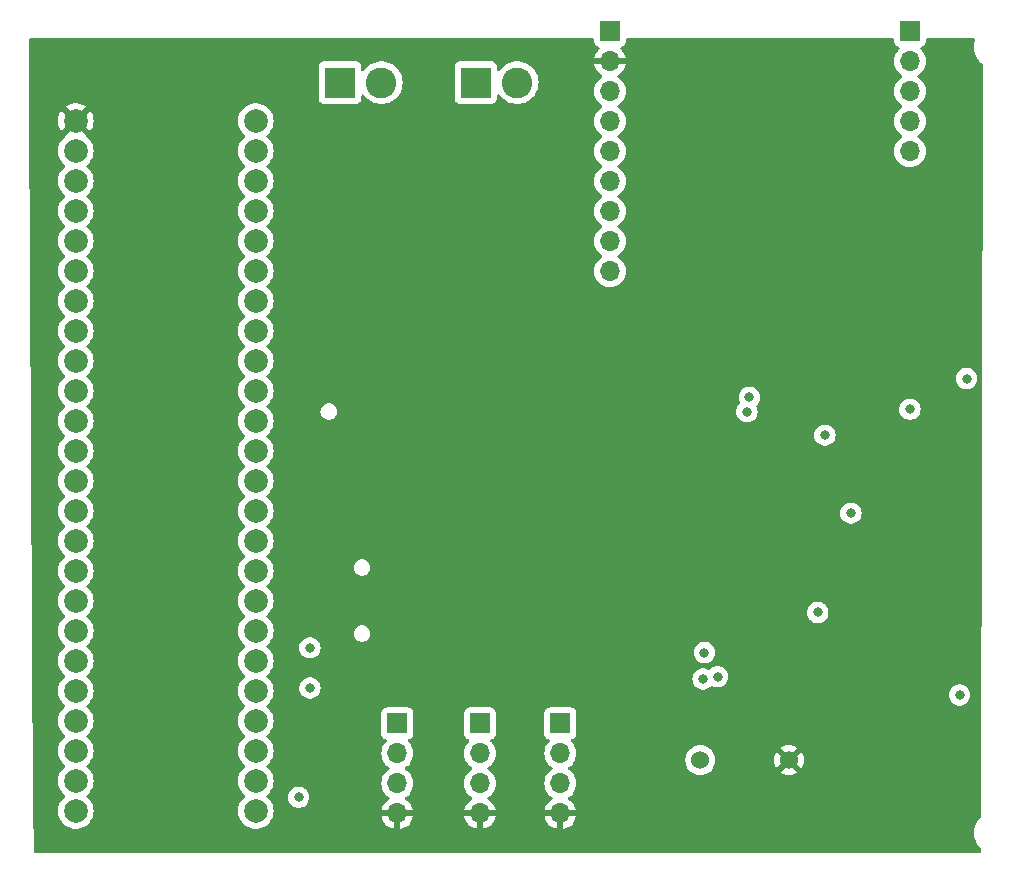
<source format=gbr>
%TF.GenerationSoftware,KiCad,Pcbnew,7.0.7*%
%TF.CreationDate,2024-02-14T21:09:05-05:00*%
%TF.ProjectId,Unified_Board,556e6966-6965-4645-9f42-6f6172642e6b,rev?*%
%TF.SameCoordinates,Original*%
%TF.FileFunction,Copper,L3,Inr*%
%TF.FilePolarity,Positive*%
%FSLAX46Y46*%
G04 Gerber Fmt 4.6, Leading zero omitted, Abs format (unit mm)*
G04 Created by KiCad (PCBNEW 7.0.7) date 2024-02-14 21:09:05*
%MOMM*%
%LPD*%
G01*
G04 APERTURE LIST*
%TA.AperFunction,ComponentPad*%
%ADD10R,1.700000X1.700000*%
%TD*%
%TA.AperFunction,ComponentPad*%
%ADD11O,1.700000X1.700000*%
%TD*%
%TA.AperFunction,ComponentPad*%
%ADD12R,2.600000X2.600000*%
%TD*%
%TA.AperFunction,ComponentPad*%
%ADD13C,2.600000*%
%TD*%
%TA.AperFunction,ComponentPad*%
%ADD14C,1.524000*%
%TD*%
%TA.AperFunction,ComponentPad*%
%ADD15C,2.000000*%
%TD*%
%TA.AperFunction,ViaPad*%
%ADD16C,0.800000*%
%TD*%
G04 APERTURE END LIST*
D10*
%TO.N,/3.3V*%
%TO.C,J3*%
X107600000Y-96000000D03*
D11*
%TO.N,/SCL*%
X107600000Y-98540000D03*
%TO.N,/SDA*%
X107600000Y-101080000D03*
%TO.N,GND*%
X107600000Y-103620000D03*
%TD*%
D12*
%TO.N,Net-(J1-Pin_1)*%
%TO.C,J1*%
X102750000Y-41750000D03*
D13*
%TO.N,Net-(J1-Pin_2)*%
X106250000Y-41750000D03*
%TD*%
D12*
%TO.N,Net-(J1-Pin_2)*%
%TO.C,J7*%
X114250000Y-41750000D03*
D13*
%TO.N,Net-(D6-K)*%
X117750000Y-41750000D03*
%TD*%
D10*
%TO.N,/3.3V*%
%TO.C,J2*%
X114600000Y-96000000D03*
D11*
%TO.N,/Breakout_RX2*%
X114600000Y-98540000D03*
%TO.N,/Breakout_TX2*%
X114600000Y-101080000D03*
%TO.N,GND*%
X114600000Y-103620000D03*
%TD*%
D10*
%TO.N,/3.3V*%
%TO.C,J4*%
X121400000Y-96000000D03*
D11*
%TO.N,/Breakout_RX1*%
X121400000Y-98540000D03*
%TO.N,/Breakout_TX1*%
X121400000Y-101080000D03*
%TO.N,GND*%
X121400000Y-103620000D03*
%TD*%
D10*
%TO.N,unconnected-(J5-Pin_1-Pad1)*%
%TO.C,J5*%
X151000000Y-37380000D03*
D11*
%TO.N,unconnected-(J5-Pin_2-Pad2)*%
X151000000Y-39920000D03*
%TO.N,unconnected-(J5-Pin_3-Pad3)*%
X151000000Y-42460000D03*
%TO.N,unconnected-(J5-Pin_4-Pad4)*%
X151000000Y-45000000D03*
%TO.N,unconnected-(J5-Pin_5-Pad5)*%
X151000000Y-47540000D03*
%TD*%
D10*
%TO.N,/3.3V*%
%TO.C,J6*%
X125600000Y-37380000D03*
D11*
%TO.N,GND*%
X125600000Y-39920000D03*
%TO.N,unconnected-(J6-Pin_3-Pad3)*%
X125600000Y-42460000D03*
%TO.N,/Radio_INT*%
X125600000Y-45000000D03*
%TO.N,/Radio_SCK*%
X125600000Y-47540000D03*
%TO.N,/Radio_MISO*%
X125600000Y-50080000D03*
%TO.N,/Radio_MOSI*%
X125600000Y-52620000D03*
%TO.N,/Radio_CS*%
X125600000Y-55160000D03*
%TO.N,/Radio_RST*%
X125600000Y-57700000D03*
%TD*%
D14*
%TO.N,Net-(BZ1--)*%
%TO.C,BZ1*%
X133250000Y-99100000D03*
%TO.N,GND*%
X140750000Y-99100000D03*
%TD*%
D15*
%TO.N,GND*%
%TO.C,Teensy4.1*%
X80380000Y-44990000D03*
%TO.N,/Breakout_RX1*%
X80380000Y-47530000D03*
%TO.N,/Breakout_TX1*%
X80380000Y-50070000D03*
%TO.N,unconnected-(Teensy4.1-PWM-Pad3)*%
X80380000Y-52610000D03*
%TO.N,unconnected-(Teensy4.1-PWM-Pad4)*%
X80380000Y-55150000D03*
%TO.N,unconnected-(Teensy4.1-PWM-Pad5)*%
X80380000Y-57690000D03*
%TO.N,unconnected-(Teensy4.1-PWM-Pad6)*%
X80380000Y-60230000D03*
%TO.N,unconnected-(Teensy4.1-PWM-Pad7)*%
X80380000Y-62770000D03*
%TO.N,/Breakout_RX2*%
X80380000Y-65310000D03*
%TO.N,/Breakout_TX2*%
X80380000Y-67850000D03*
%TO.N,unconnected-(Teensy4.1-PWM-Pad10)*%
X80380000Y-70390000D03*
%TO.N,/Radio_CS*%
X80380000Y-72930000D03*
%TO.N,/Radio_MOSI*%
X80380000Y-75470000D03*
%TO.N,/Radio_MISO*%
X80380000Y-78010000D03*
%TO.N,unconnected-(Teensy4.1-3.3V-Pad14)*%
X80380000Y-80550000D03*
%TO.N,unconnected-(Teensy4.1-SCL2-Pad15)*%
X80380000Y-83090000D03*
%TO.N,unconnected-(Teensy4.1-SDA2-Pad16)*%
X80380000Y-85630000D03*
%TO.N,unconnected-(Teensy4.1-MOSI1-Pad17)*%
X80380000Y-88170000D03*
%TO.N,unconnected-(Teensy4.1-SCK1-Pad18)*%
X80380000Y-90710000D03*
%TO.N,unconnected-(Teensy4.1-RX7-Pad19)*%
X80380000Y-93250000D03*
%TO.N,unconnected-(Teensy4.1-TX7-Pad20)*%
X80380000Y-95790000D03*
%TO.N,unconnected-(Teensy4.1-GPIO-Pad21)*%
X80380000Y-98330000D03*
%TO.N,/Radio_INT*%
X80380000Y-100870000D03*
%TO.N,/Radio_RST*%
X80380000Y-103410000D03*
%TO.N,Net-(BZ1--)*%
X95620000Y-103410000D03*
%TO.N,unconnected-(Teensy4.1-RX8-Pad25)*%
X95620000Y-100870000D03*
%TO.N,unconnected-(Teensy4.1-TX8-Pad26)*%
X95620000Y-98330000D03*
%TO.N,/BMP_I2C_ADDR*%
X95620000Y-95790000D03*
%TO.N,/BMP_INT*%
X95620000Y-93250000D03*
%TO.N,unconnected-(Teensy4.1-CS1-Pad29)*%
X95620000Y-90710000D03*
%TO.N,unconnected-(Teensy4.1-MISO-Pad30)*%
X95620000Y-88170000D03*
%TO.N,unconnected-(Teensy4.1-A16-Pad31)*%
X95620000Y-85630000D03*
%TO.N,unconnected-(Teensy4.1-A17-Pad32)*%
X95620000Y-83090000D03*
%TO.N,unconnected-(Teensy4.1-GND-Pad33)*%
X95620000Y-80550000D03*
%TO.N,/Radio_SCK*%
X95620000Y-78010000D03*
%TO.N,unconnected-(Teensy4.1-A0-Pad35)*%
X95620000Y-75470000D03*
%TO.N,unconnected-(Teensy4.1-A1-Pad36)*%
X95620000Y-72930000D03*
%TO.N,unconnected-(Teensy4.1-A2-Pad37)*%
X95620000Y-70390000D03*
%TO.N,unconnected-(Teensy4.1-A3-Pad38)*%
X95620000Y-67850000D03*
%TO.N,/SDA*%
X95620000Y-65310000D03*
%TO.N,/SCL*%
X95620000Y-62770000D03*
%TO.N,unconnected-(Teensy4.1-TX5-Pad41)*%
X95620000Y-60230000D03*
%TO.N,unconnected-(Teensy4.1-RX5-Pad42)*%
X95620000Y-57690000D03*
%TO.N,unconnected-(Teensy4.1-PWM-Pad43)*%
X95620000Y-55150000D03*
%TO.N,unconnected-(Teensy4.1-PWM-Pad44)*%
X95620000Y-52610000D03*
%TO.N,/3.3V*%
X95620000Y-50070000D03*
%TO.N,Net-(D6-K)*%
X95620000Y-47530000D03*
%TO.N,Net-(J1-Pin_1)*%
X95620000Y-44990000D03*
%TD*%
D16*
%TO.N,/3.3V*%
X143800000Y-71600000D03*
X146000000Y-78200000D03*
X151000000Y-69400000D03*
X155800000Y-66800000D03*
X155200000Y-93600000D03*
%TO.N,/SCL*%
X134723090Y-92046012D03*
X100200000Y-89600000D03*
X137400000Y-68400000D03*
%TO.N,GND*%
X118800000Y-69800000D03*
X141600000Y-83000000D03*
X142200000Y-67800000D03*
X150800000Y-67400000D03*
X107400000Y-87600000D03*
X148800000Y-77400000D03*
X129200000Y-91400000D03*
X114600000Y-81800000D03*
X101000000Y-87000000D03*
%TO.N,/BACKUP*%
X143200000Y-86600000D03*
X133600000Y-90000000D03*
%TO.N,Net-(BZ1--)*%
X99250000Y-102250000D03*
%TO.N,/SDA*%
X100200000Y-93000000D03*
X133487701Y-92237701D03*
X137200000Y-69600000D03*
%TD*%
%TA.AperFunction,Conductor*%
%TO.N,GND*%
G36*
X124192540Y-38019685D02*
G01*
X124238295Y-38072489D01*
X124249501Y-38124000D01*
X124249501Y-38277876D01*
X124255908Y-38337483D01*
X124306202Y-38472328D01*
X124306206Y-38472335D01*
X124392452Y-38587544D01*
X124392455Y-38587547D01*
X124507664Y-38673793D01*
X124507671Y-38673797D01*
X124507674Y-38673798D01*
X124639598Y-38723002D01*
X124695531Y-38764873D01*
X124719949Y-38830337D01*
X124705098Y-38898610D01*
X124683947Y-38926865D01*
X124561886Y-39048926D01*
X124426400Y-39242420D01*
X124426399Y-39242422D01*
X124326570Y-39456507D01*
X124326567Y-39456513D01*
X124269364Y-39669999D01*
X124269364Y-39670000D01*
X124986653Y-39670000D01*
X125053692Y-39689685D01*
X125099447Y-39742489D01*
X125109391Y-39811647D01*
X125105631Y-39828933D01*
X125100000Y-39848111D01*
X125100000Y-39991888D01*
X125105631Y-40011067D01*
X125105630Y-40080936D01*
X125067855Y-40139714D01*
X125004299Y-40168738D01*
X124986653Y-40170000D01*
X124269364Y-40170000D01*
X124326567Y-40383486D01*
X124326570Y-40383492D01*
X124426399Y-40597578D01*
X124561894Y-40791082D01*
X124728917Y-40958105D01*
X124914595Y-41088119D01*
X124958219Y-41142696D01*
X124965412Y-41212195D01*
X124933890Y-41274549D01*
X124914595Y-41291269D01*
X124728594Y-41421508D01*
X124561505Y-41588597D01*
X124425965Y-41782169D01*
X124425964Y-41782171D01*
X124326098Y-41996335D01*
X124326094Y-41996344D01*
X124264938Y-42224586D01*
X124264936Y-42224596D01*
X124244341Y-42459999D01*
X124244341Y-42460000D01*
X124264936Y-42695403D01*
X124264938Y-42695413D01*
X124326094Y-42923655D01*
X124326096Y-42923659D01*
X124326097Y-42923663D01*
X124407331Y-43097870D01*
X124425965Y-43137830D01*
X124425967Y-43137834D01*
X124442633Y-43161635D01*
X124549078Y-43313654D01*
X124561501Y-43331395D01*
X124561506Y-43331402D01*
X124728597Y-43498493D01*
X124728603Y-43498498D01*
X124914158Y-43628425D01*
X124957783Y-43683002D01*
X124964977Y-43752500D01*
X124933454Y-43814855D01*
X124914158Y-43831575D01*
X124728597Y-43961505D01*
X124561505Y-44128597D01*
X124425965Y-44322169D01*
X124425964Y-44322171D01*
X124326098Y-44536335D01*
X124326094Y-44536344D01*
X124264938Y-44764586D01*
X124264936Y-44764596D01*
X124244341Y-44999999D01*
X124244341Y-45000000D01*
X124264936Y-45235403D01*
X124264938Y-45235413D01*
X124326094Y-45463655D01*
X124326096Y-45463659D01*
X124326097Y-45463663D01*
X124394267Y-45609854D01*
X124425965Y-45677830D01*
X124425967Y-45677834D01*
X124561501Y-45871395D01*
X124561506Y-45871402D01*
X124728597Y-46038493D01*
X124728603Y-46038498D01*
X124914158Y-46168425D01*
X124957783Y-46223002D01*
X124964977Y-46292500D01*
X124933454Y-46354855D01*
X124914158Y-46371575D01*
X124728597Y-46501505D01*
X124561505Y-46668597D01*
X124425965Y-46862169D01*
X124425964Y-46862171D01*
X124326098Y-47076335D01*
X124326094Y-47076344D01*
X124264938Y-47304586D01*
X124264936Y-47304596D01*
X124244341Y-47539999D01*
X124244341Y-47540000D01*
X124264936Y-47775403D01*
X124264938Y-47775413D01*
X124326094Y-48003655D01*
X124326096Y-48003659D01*
X124326097Y-48003663D01*
X124425965Y-48217829D01*
X124425965Y-48217830D01*
X124425967Y-48217834D01*
X124561501Y-48411395D01*
X124561506Y-48411402D01*
X124728597Y-48578493D01*
X124728603Y-48578498D01*
X124914158Y-48708425D01*
X124957783Y-48763002D01*
X124964977Y-48832500D01*
X124933454Y-48894855D01*
X124914158Y-48911575D01*
X124728597Y-49041505D01*
X124561505Y-49208597D01*
X124425965Y-49402169D01*
X124425964Y-49402171D01*
X124326098Y-49616335D01*
X124326094Y-49616344D01*
X124264938Y-49844586D01*
X124264936Y-49844596D01*
X124244341Y-50079999D01*
X124244341Y-50080000D01*
X124264936Y-50315403D01*
X124264938Y-50315413D01*
X124326094Y-50543655D01*
X124326096Y-50543659D01*
X124326097Y-50543663D01*
X124425965Y-50757830D01*
X124425967Y-50757834D01*
X124561501Y-50951395D01*
X124561506Y-50951402D01*
X124728597Y-51118493D01*
X124728603Y-51118498D01*
X124914158Y-51248425D01*
X124957783Y-51303002D01*
X124964977Y-51372500D01*
X124933454Y-51434855D01*
X124914158Y-51451575D01*
X124728597Y-51581505D01*
X124561505Y-51748597D01*
X124425965Y-51942169D01*
X124425964Y-51942171D01*
X124326098Y-52156335D01*
X124326094Y-52156344D01*
X124264938Y-52384586D01*
X124264936Y-52384596D01*
X124244341Y-52619999D01*
X124244341Y-52620000D01*
X124264936Y-52855403D01*
X124264938Y-52855413D01*
X124326094Y-53083655D01*
X124326096Y-53083659D01*
X124326097Y-53083663D01*
X124425965Y-53297830D01*
X124425967Y-53297834D01*
X124561501Y-53491395D01*
X124561506Y-53491402D01*
X124728597Y-53658493D01*
X124728603Y-53658498D01*
X124914158Y-53788425D01*
X124957783Y-53843002D01*
X124964977Y-53912500D01*
X124933454Y-53974855D01*
X124914158Y-53991575D01*
X124728597Y-54121505D01*
X124561505Y-54288597D01*
X124425965Y-54482169D01*
X124425964Y-54482171D01*
X124326098Y-54696335D01*
X124326094Y-54696344D01*
X124264938Y-54924586D01*
X124264936Y-54924596D01*
X124244341Y-55159999D01*
X124244341Y-55160000D01*
X124264936Y-55395403D01*
X124264938Y-55395413D01*
X124326094Y-55623655D01*
X124326096Y-55623659D01*
X124326097Y-55623663D01*
X124425965Y-55837829D01*
X124425965Y-55837830D01*
X124425967Y-55837834D01*
X124561501Y-56031395D01*
X124561506Y-56031402D01*
X124728597Y-56198493D01*
X124728603Y-56198498D01*
X124914158Y-56328425D01*
X124957783Y-56383002D01*
X124964977Y-56452500D01*
X124933454Y-56514855D01*
X124914158Y-56531575D01*
X124728597Y-56661505D01*
X124561505Y-56828597D01*
X124425965Y-57022169D01*
X124425964Y-57022171D01*
X124326098Y-57236335D01*
X124326094Y-57236344D01*
X124264938Y-57464586D01*
X124264936Y-57464596D01*
X124244341Y-57699999D01*
X124244341Y-57700000D01*
X124264936Y-57935403D01*
X124264938Y-57935413D01*
X124326094Y-58163655D01*
X124326096Y-58163659D01*
X124326097Y-58163663D01*
X124425965Y-58377829D01*
X124425965Y-58377830D01*
X124425967Y-58377834D01*
X124534281Y-58532521D01*
X124561505Y-58571401D01*
X124728599Y-58738495D01*
X124813207Y-58797738D01*
X124922165Y-58874032D01*
X124922167Y-58874033D01*
X124922170Y-58874035D01*
X125136337Y-58973903D01*
X125364592Y-59035063D01*
X125527467Y-59049313D01*
X125599999Y-59055659D01*
X125600000Y-59055659D01*
X125600001Y-59055659D01*
X125672533Y-59049313D01*
X125835408Y-59035063D01*
X126063663Y-58973903D01*
X126277830Y-58874035D01*
X126471401Y-58738495D01*
X126638495Y-58571401D01*
X126774035Y-58377830D01*
X126873903Y-58163663D01*
X126935063Y-57935408D01*
X126955659Y-57700000D01*
X126935063Y-57464592D01*
X126873903Y-57236337D01*
X126774035Y-57022171D01*
X126739881Y-56973393D01*
X126638494Y-56828597D01*
X126471402Y-56661506D01*
X126471396Y-56661501D01*
X126285842Y-56531575D01*
X126242217Y-56476998D01*
X126235023Y-56407500D01*
X126266546Y-56345145D01*
X126285842Y-56328425D01*
X126386793Y-56257738D01*
X126471401Y-56198495D01*
X126638495Y-56031401D01*
X126774035Y-55837830D01*
X126873903Y-55623663D01*
X126935063Y-55395408D01*
X126955659Y-55160000D01*
X126935063Y-54924592D01*
X126873903Y-54696337D01*
X126774035Y-54482171D01*
X126739881Y-54433393D01*
X126638494Y-54288597D01*
X126471402Y-54121506D01*
X126471396Y-54121501D01*
X126285842Y-53991575D01*
X126242217Y-53936998D01*
X126235023Y-53867500D01*
X126266546Y-53805145D01*
X126285842Y-53788425D01*
X126386793Y-53717738D01*
X126471401Y-53658495D01*
X126638495Y-53491401D01*
X126774035Y-53297830D01*
X126873903Y-53083663D01*
X126935063Y-52855408D01*
X126955659Y-52620000D01*
X126935063Y-52384592D01*
X126873903Y-52156337D01*
X126774035Y-51942171D01*
X126739881Y-51893393D01*
X126638494Y-51748597D01*
X126471402Y-51581506D01*
X126471396Y-51581501D01*
X126285842Y-51451575D01*
X126242217Y-51396998D01*
X126235023Y-51327500D01*
X126266546Y-51265145D01*
X126285842Y-51248425D01*
X126386793Y-51177738D01*
X126471401Y-51118495D01*
X126638495Y-50951401D01*
X126774035Y-50757830D01*
X126873903Y-50543663D01*
X126935063Y-50315408D01*
X126955659Y-50080000D01*
X126935063Y-49844592D01*
X126873903Y-49616337D01*
X126774035Y-49402171D01*
X126739881Y-49353393D01*
X126638494Y-49208597D01*
X126471402Y-49041506D01*
X126471396Y-49041501D01*
X126285842Y-48911575D01*
X126242217Y-48856998D01*
X126235023Y-48787500D01*
X126266546Y-48725145D01*
X126285842Y-48708425D01*
X126386793Y-48637738D01*
X126471401Y-48578495D01*
X126638495Y-48411401D01*
X126774035Y-48217830D01*
X126873903Y-48003663D01*
X126935063Y-47775408D01*
X126955659Y-47540000D01*
X126935063Y-47304592D01*
X126873903Y-47076337D01*
X126774035Y-46862171D01*
X126739881Y-46813393D01*
X126638494Y-46668597D01*
X126471402Y-46501506D01*
X126471396Y-46501501D01*
X126285842Y-46371575D01*
X126242217Y-46316998D01*
X126235023Y-46247500D01*
X126266546Y-46185145D01*
X126285842Y-46168425D01*
X126386793Y-46097738D01*
X126471401Y-46038495D01*
X126638495Y-45871401D01*
X126774035Y-45677830D01*
X126873903Y-45463663D01*
X126935063Y-45235408D01*
X126955659Y-45000000D01*
X126935063Y-44764592D01*
X126873903Y-44536337D01*
X126774035Y-44322171D01*
X126740047Y-44273630D01*
X126638494Y-44128597D01*
X126471402Y-43961506D01*
X126471396Y-43961501D01*
X126285842Y-43831575D01*
X126242217Y-43776998D01*
X126235023Y-43707500D01*
X126266546Y-43645145D01*
X126285842Y-43628425D01*
X126397130Y-43550500D01*
X126471401Y-43498495D01*
X126638495Y-43331401D01*
X126774035Y-43137830D01*
X126873903Y-42923663D01*
X126935063Y-42695408D01*
X126955659Y-42460000D01*
X126935063Y-42224592D01*
X126873903Y-41996337D01*
X126774035Y-41782171D01*
X126751506Y-41749995D01*
X126638494Y-41588597D01*
X126471402Y-41421506D01*
X126471401Y-41421505D01*
X126285842Y-41291575D01*
X126285405Y-41291269D01*
X126241781Y-41236692D01*
X126234588Y-41167193D01*
X126266110Y-41104839D01*
X126285405Y-41088119D01*
X126471082Y-40958105D01*
X126638105Y-40791082D01*
X126773600Y-40597578D01*
X126873429Y-40383492D01*
X126873432Y-40383486D01*
X126930636Y-40170000D01*
X126213347Y-40170000D01*
X126146308Y-40150315D01*
X126100553Y-40097511D01*
X126090609Y-40028353D01*
X126094369Y-40011067D01*
X126100000Y-39991888D01*
X126100000Y-39848111D01*
X126094369Y-39828933D01*
X126094370Y-39759064D01*
X126132145Y-39700286D01*
X126195701Y-39671262D01*
X126213347Y-39670000D01*
X126930636Y-39670000D01*
X126930635Y-39669999D01*
X126873432Y-39456513D01*
X126873429Y-39456507D01*
X126773600Y-39242422D01*
X126773599Y-39242420D01*
X126638113Y-39048926D01*
X126638108Y-39048920D01*
X126516053Y-38926865D01*
X126482568Y-38865542D01*
X126487552Y-38795850D01*
X126529424Y-38739917D01*
X126560400Y-38723002D01*
X126692331Y-38673796D01*
X126807546Y-38587546D01*
X126893796Y-38472331D01*
X126944091Y-38337483D01*
X126950500Y-38277873D01*
X126950499Y-38124000D01*
X126970185Y-38056961D01*
X127022989Y-38011206D01*
X127074500Y-38000000D01*
X149525501Y-38000000D01*
X149592540Y-38019685D01*
X149638295Y-38072489D01*
X149649501Y-38124000D01*
X149649501Y-38277876D01*
X149655908Y-38337483D01*
X149706202Y-38472328D01*
X149706206Y-38472335D01*
X149792452Y-38587544D01*
X149792455Y-38587547D01*
X149907664Y-38673793D01*
X149907671Y-38673797D01*
X150039081Y-38722810D01*
X150095015Y-38764681D01*
X150119432Y-38830145D01*
X150104580Y-38898418D01*
X150083430Y-38926673D01*
X149961503Y-39048600D01*
X149825965Y-39242169D01*
X149825964Y-39242171D01*
X149726098Y-39456335D01*
X149726094Y-39456344D01*
X149664938Y-39684586D01*
X149664936Y-39684596D01*
X149644341Y-39919999D01*
X149644341Y-39920000D01*
X149664936Y-40155403D01*
X149664938Y-40155413D01*
X149726094Y-40383655D01*
X149726096Y-40383659D01*
X149726097Y-40383663D01*
X149790563Y-40521910D01*
X149825965Y-40597830D01*
X149825967Y-40597834D01*
X149961501Y-40791395D01*
X149961506Y-40791402D01*
X150128597Y-40958493D01*
X150128603Y-40958498D01*
X150314158Y-41088425D01*
X150357783Y-41143002D01*
X150364977Y-41212500D01*
X150333454Y-41274855D01*
X150314158Y-41291575D01*
X150128597Y-41421505D01*
X149961505Y-41588597D01*
X149825965Y-41782169D01*
X149825964Y-41782171D01*
X149726098Y-41996335D01*
X149726094Y-41996344D01*
X149664938Y-42224586D01*
X149664936Y-42224596D01*
X149644341Y-42459999D01*
X149644341Y-42460000D01*
X149664936Y-42695403D01*
X149664938Y-42695413D01*
X149726094Y-42923655D01*
X149726096Y-42923659D01*
X149726097Y-42923663D01*
X149807331Y-43097870D01*
X149825965Y-43137830D01*
X149825967Y-43137834D01*
X149842633Y-43161635D01*
X149949078Y-43313654D01*
X149961501Y-43331395D01*
X149961506Y-43331402D01*
X150128597Y-43498493D01*
X150128603Y-43498498D01*
X150314158Y-43628425D01*
X150357783Y-43683002D01*
X150364977Y-43752500D01*
X150333454Y-43814855D01*
X150314158Y-43831575D01*
X150128597Y-43961505D01*
X149961505Y-44128597D01*
X149825965Y-44322169D01*
X149825964Y-44322171D01*
X149726098Y-44536335D01*
X149726094Y-44536344D01*
X149664938Y-44764586D01*
X149664936Y-44764596D01*
X149644341Y-44999999D01*
X149644341Y-45000000D01*
X149664936Y-45235403D01*
X149664938Y-45235413D01*
X149726094Y-45463655D01*
X149726096Y-45463659D01*
X149726097Y-45463663D01*
X149794267Y-45609854D01*
X149825965Y-45677830D01*
X149825967Y-45677834D01*
X149961501Y-45871395D01*
X149961506Y-45871402D01*
X150128597Y-46038493D01*
X150128603Y-46038498D01*
X150314158Y-46168425D01*
X150357783Y-46223002D01*
X150364977Y-46292500D01*
X150333454Y-46354855D01*
X150314158Y-46371575D01*
X150128597Y-46501505D01*
X149961505Y-46668597D01*
X149825965Y-46862169D01*
X149825964Y-46862171D01*
X149726098Y-47076335D01*
X149726094Y-47076344D01*
X149664938Y-47304586D01*
X149664936Y-47304596D01*
X149644341Y-47539999D01*
X149644341Y-47540000D01*
X149664936Y-47775403D01*
X149664938Y-47775413D01*
X149726094Y-48003655D01*
X149726096Y-48003659D01*
X149726097Y-48003663D01*
X149825965Y-48217829D01*
X149825965Y-48217830D01*
X149825967Y-48217834D01*
X149934281Y-48372521D01*
X149961505Y-48411401D01*
X150128599Y-48578495D01*
X150213207Y-48637738D01*
X150322165Y-48714032D01*
X150322167Y-48714033D01*
X150322170Y-48714035D01*
X150536337Y-48813903D01*
X150764592Y-48875063D01*
X150927467Y-48889313D01*
X150999999Y-48895659D01*
X151000000Y-48895659D01*
X151000001Y-48895659D01*
X151072533Y-48889313D01*
X151235408Y-48875063D01*
X151463663Y-48813903D01*
X151677830Y-48714035D01*
X151871401Y-48578495D01*
X152038495Y-48411401D01*
X152174035Y-48217830D01*
X152273903Y-48003663D01*
X152335063Y-47775408D01*
X152355659Y-47540000D01*
X152335063Y-47304592D01*
X152273903Y-47076337D01*
X152174035Y-46862171D01*
X152139881Y-46813393D01*
X152038494Y-46668597D01*
X151871402Y-46501506D01*
X151871401Y-46501505D01*
X151685842Y-46371575D01*
X151685841Y-46371574D01*
X151642216Y-46316997D01*
X151635024Y-46247498D01*
X151666546Y-46185144D01*
X151685836Y-46168428D01*
X151871401Y-46038495D01*
X152038495Y-45871401D01*
X152174035Y-45677830D01*
X152273903Y-45463663D01*
X152335063Y-45235408D01*
X152355659Y-45000000D01*
X152335063Y-44764592D01*
X152273903Y-44536337D01*
X152174035Y-44322171D01*
X152140047Y-44273630D01*
X152038494Y-44128597D01*
X151871402Y-43961506D01*
X151871401Y-43961505D01*
X151685842Y-43831575D01*
X151685841Y-43831574D01*
X151642216Y-43776997D01*
X151635024Y-43707498D01*
X151666546Y-43645144D01*
X151685836Y-43628428D01*
X151871401Y-43498495D01*
X152038495Y-43331401D01*
X152174035Y-43137830D01*
X152273903Y-42923663D01*
X152335063Y-42695408D01*
X152355659Y-42460000D01*
X152335063Y-42224592D01*
X152273903Y-41996337D01*
X152174035Y-41782171D01*
X152151506Y-41749995D01*
X152038494Y-41588597D01*
X151871402Y-41421506D01*
X151871401Y-41421505D01*
X151685842Y-41291575D01*
X151685841Y-41291574D01*
X151642216Y-41236997D01*
X151635024Y-41167498D01*
X151666546Y-41105144D01*
X151685836Y-41088428D01*
X151871401Y-40958495D01*
X152038495Y-40791401D01*
X152174035Y-40597830D01*
X152273903Y-40383663D01*
X152335063Y-40155408D01*
X152355659Y-39920000D01*
X152335063Y-39684592D01*
X152273903Y-39456337D01*
X152174035Y-39242171D01*
X152038495Y-39048599D01*
X151916567Y-38926671D01*
X151883084Y-38865351D01*
X151888068Y-38795659D01*
X151929939Y-38739725D01*
X151960915Y-38722810D01*
X152092331Y-38673796D01*
X152207546Y-38587546D01*
X152293796Y-38472331D01*
X152344091Y-38337483D01*
X152350500Y-38277873D01*
X152350499Y-38124000D01*
X152370185Y-38056961D01*
X152422989Y-38011206D01*
X152474500Y-38000000D01*
X156392712Y-38000000D01*
X156459751Y-38019685D01*
X156505506Y-38072489D01*
X156515450Y-38141647D01*
X156507273Y-38171453D01*
X156473126Y-38253889D01*
X156414317Y-38498848D01*
X156394551Y-38749999D01*
X156394551Y-38750000D01*
X156398160Y-38795850D01*
X156414317Y-39001151D01*
X156473126Y-39246110D01*
X156569533Y-39478859D01*
X156701160Y-39693653D01*
X156701161Y-39693656D01*
X156742869Y-39742489D01*
X156864776Y-39885224D01*
X157056341Y-40048836D01*
X157134406Y-40096674D01*
X157181281Y-40148485D01*
X157193615Y-40202760D01*
X157008884Y-103934888D01*
X156989006Y-104001871D01*
X156965417Y-104028819D01*
X156864782Y-104114770D01*
X156864776Y-104114776D01*
X156701161Y-104306343D01*
X156701160Y-104306346D01*
X156569533Y-104521140D01*
X156473126Y-104753889D01*
X156414317Y-104998848D01*
X156394551Y-105250000D01*
X156414317Y-105501151D01*
X156473126Y-105746110D01*
X156569533Y-105978859D01*
X156701160Y-106193653D01*
X156701161Y-106193656D01*
X156701164Y-106193659D01*
X156864776Y-106385224D01*
X156936598Y-106446565D01*
X156957809Y-106464682D01*
X156996002Y-106523189D01*
X157001276Y-106559331D01*
X157000358Y-106876359D01*
X156980480Y-106943341D01*
X156927544Y-106988943D01*
X156876359Y-107000000D01*
X76923283Y-107000000D01*
X76856244Y-106980315D01*
X76810489Y-106927511D01*
X76799285Y-106876719D01*
X76796896Y-106464682D01*
X76779188Y-103410005D01*
X78874357Y-103410005D01*
X78894890Y-103657812D01*
X78894892Y-103657824D01*
X78955936Y-103898881D01*
X79055826Y-104126606D01*
X79191833Y-104334782D01*
X79191836Y-104334785D01*
X79360256Y-104517738D01*
X79556491Y-104670474D01*
X79775190Y-104788828D01*
X80010386Y-104869571D01*
X80255665Y-104910500D01*
X80504335Y-104910500D01*
X80749614Y-104869571D01*
X80984810Y-104788828D01*
X81203509Y-104670474D01*
X81399744Y-104517738D01*
X81568164Y-104334785D01*
X81704173Y-104126607D01*
X81804063Y-103898881D01*
X81865108Y-103657821D01*
X81865109Y-103657812D01*
X81885643Y-103410005D01*
X94114357Y-103410005D01*
X94134890Y-103657812D01*
X94134892Y-103657824D01*
X94195936Y-103898881D01*
X94295826Y-104126606D01*
X94431833Y-104334782D01*
X94431836Y-104334785D01*
X94600256Y-104517738D01*
X94796491Y-104670474D01*
X95015190Y-104788828D01*
X95250386Y-104869571D01*
X95495665Y-104910500D01*
X95744335Y-104910500D01*
X95989614Y-104869571D01*
X96224810Y-104788828D01*
X96443509Y-104670474D01*
X96639744Y-104517738D01*
X96808164Y-104334785D01*
X96944173Y-104126607D01*
X97044063Y-103898881D01*
X97105108Y-103657821D01*
X97105109Y-103657812D01*
X97125643Y-103410005D01*
X97125643Y-103409994D01*
X97105109Y-103162187D01*
X97105107Y-103162175D01*
X97044063Y-102921118D01*
X96944173Y-102693393D01*
X96808166Y-102485217D01*
X96764935Y-102438256D01*
X96639744Y-102302262D01*
X96572599Y-102250000D01*
X98344540Y-102250000D01*
X98364326Y-102438256D01*
X98364327Y-102438259D01*
X98422818Y-102618277D01*
X98422821Y-102618284D01*
X98517467Y-102782216D01*
X98642535Y-102921118D01*
X98644129Y-102922888D01*
X98797265Y-103034148D01*
X98797270Y-103034151D01*
X98970192Y-103111142D01*
X98970197Y-103111144D01*
X99155354Y-103150500D01*
X99155355Y-103150500D01*
X99344644Y-103150500D01*
X99344646Y-103150500D01*
X99529803Y-103111144D01*
X99702730Y-103034151D01*
X99855871Y-102922888D01*
X99982533Y-102782216D01*
X100077179Y-102618284D01*
X100135674Y-102438256D01*
X100155460Y-102250000D01*
X100135674Y-102061744D01*
X100077179Y-101881716D01*
X99982533Y-101717784D01*
X99855871Y-101577112D01*
X99809834Y-101543664D01*
X99702734Y-101465851D01*
X99702729Y-101465848D01*
X99529807Y-101388857D01*
X99529802Y-101388855D01*
X99384001Y-101357865D01*
X99344646Y-101349500D01*
X99155354Y-101349500D01*
X99122897Y-101356398D01*
X98970197Y-101388855D01*
X98970192Y-101388857D01*
X98797270Y-101465848D01*
X98797265Y-101465851D01*
X98644129Y-101577111D01*
X98517466Y-101717785D01*
X98422821Y-101881715D01*
X98422818Y-101881722D01*
X98364327Y-102061740D01*
X98364326Y-102061744D01*
X98344540Y-102250000D01*
X96572599Y-102250000D01*
X96556991Y-102237852D01*
X96516179Y-102181143D01*
X96512504Y-102111370D01*
X96547136Y-102050687D01*
X96556985Y-102042151D01*
X96639744Y-101977738D01*
X96808164Y-101794785D01*
X96944173Y-101586607D01*
X97044063Y-101358881D01*
X97105108Y-101117821D01*
X97108242Y-101080000D01*
X106244341Y-101080000D01*
X106264936Y-101315403D01*
X106264938Y-101315413D01*
X106326094Y-101543655D01*
X106326096Y-101543659D01*
X106326097Y-101543663D01*
X106407291Y-101717784D01*
X106425965Y-101757830D01*
X106425967Y-101757834D01*
X106451841Y-101794785D01*
X106561505Y-101951401D01*
X106728599Y-102118495D01*
X106899058Y-102237852D01*
X106914594Y-102248730D01*
X106958219Y-102303307D01*
X106965413Y-102372805D01*
X106933890Y-102435160D01*
X106914595Y-102451880D01*
X106728922Y-102581890D01*
X106728920Y-102581891D01*
X106561891Y-102748920D01*
X106561886Y-102748926D01*
X106426400Y-102942420D01*
X106426399Y-102942422D01*
X106326570Y-103156507D01*
X106326567Y-103156513D01*
X106269364Y-103369999D01*
X106269364Y-103370000D01*
X106986653Y-103370000D01*
X107053692Y-103389685D01*
X107099447Y-103442489D01*
X107109391Y-103511647D01*
X107105631Y-103528933D01*
X107100000Y-103548111D01*
X107100000Y-103691888D01*
X107105631Y-103711067D01*
X107105630Y-103780936D01*
X107067855Y-103839714D01*
X107004299Y-103868738D01*
X106986653Y-103870000D01*
X106269364Y-103870000D01*
X106326567Y-104083486D01*
X106326570Y-104083492D01*
X106426399Y-104297578D01*
X106561894Y-104491082D01*
X106728917Y-104658105D01*
X106922421Y-104793600D01*
X107136507Y-104893429D01*
X107136516Y-104893433D01*
X107350000Y-104950634D01*
X107350000Y-104232301D01*
X107369685Y-104165262D01*
X107422489Y-104119507D01*
X107491647Y-104109563D01*
X107564237Y-104120000D01*
X107564238Y-104120000D01*
X107635762Y-104120000D01*
X107635763Y-104120000D01*
X107708353Y-104109563D01*
X107777512Y-104119507D01*
X107830315Y-104165262D01*
X107850000Y-104232301D01*
X107850000Y-104950633D01*
X108063483Y-104893433D01*
X108063492Y-104893429D01*
X108277578Y-104793600D01*
X108471082Y-104658105D01*
X108638105Y-104491082D01*
X108773600Y-104297578D01*
X108873429Y-104083492D01*
X108873432Y-104083486D01*
X108930636Y-103870000D01*
X108213347Y-103870000D01*
X108146308Y-103850315D01*
X108100553Y-103797511D01*
X108090609Y-103728353D01*
X108094369Y-103711067D01*
X108100000Y-103691888D01*
X108100000Y-103548111D01*
X108094369Y-103528933D01*
X108094370Y-103459064D01*
X108132145Y-103400286D01*
X108195701Y-103371262D01*
X108213347Y-103370000D01*
X108930636Y-103370000D01*
X108930635Y-103369999D01*
X108873432Y-103156513D01*
X108873429Y-103156507D01*
X108773600Y-102942422D01*
X108773599Y-102942420D01*
X108638113Y-102748926D01*
X108638108Y-102748920D01*
X108471078Y-102581890D01*
X108285405Y-102451879D01*
X108241780Y-102397302D01*
X108234588Y-102327804D01*
X108266110Y-102265449D01*
X108285406Y-102248730D01*
X108471401Y-102118495D01*
X108638495Y-101951401D01*
X108774035Y-101757830D01*
X108873903Y-101543663D01*
X108935063Y-101315408D01*
X108955659Y-101080000D01*
X113244341Y-101080000D01*
X113264936Y-101315403D01*
X113264938Y-101315413D01*
X113326094Y-101543655D01*
X113326096Y-101543659D01*
X113326097Y-101543663D01*
X113407291Y-101717784D01*
X113425965Y-101757830D01*
X113425967Y-101757834D01*
X113451841Y-101794785D01*
X113561505Y-101951401D01*
X113728599Y-102118495D01*
X113899058Y-102237852D01*
X113914594Y-102248730D01*
X113958219Y-102303307D01*
X113965413Y-102372805D01*
X113933890Y-102435160D01*
X113914595Y-102451880D01*
X113728922Y-102581890D01*
X113728920Y-102581891D01*
X113561891Y-102748920D01*
X113561886Y-102748926D01*
X113426400Y-102942420D01*
X113426399Y-102942422D01*
X113326570Y-103156507D01*
X113326567Y-103156513D01*
X113269364Y-103369999D01*
X113269364Y-103370000D01*
X113986653Y-103370000D01*
X114053692Y-103389685D01*
X114099447Y-103442489D01*
X114109391Y-103511647D01*
X114105631Y-103528933D01*
X114100000Y-103548111D01*
X114100000Y-103691888D01*
X114105631Y-103711067D01*
X114105630Y-103780936D01*
X114067855Y-103839714D01*
X114004299Y-103868738D01*
X113986653Y-103870000D01*
X113269364Y-103870000D01*
X113326567Y-104083486D01*
X113326570Y-104083492D01*
X113426399Y-104297578D01*
X113561894Y-104491082D01*
X113728917Y-104658105D01*
X113922421Y-104793600D01*
X114136507Y-104893429D01*
X114136516Y-104893433D01*
X114350000Y-104950634D01*
X114350000Y-104232301D01*
X114369685Y-104165262D01*
X114422489Y-104119507D01*
X114491647Y-104109563D01*
X114564237Y-104120000D01*
X114564238Y-104120000D01*
X114635762Y-104120000D01*
X114635763Y-104120000D01*
X114708353Y-104109563D01*
X114777512Y-104119507D01*
X114830315Y-104165262D01*
X114850000Y-104232301D01*
X114850000Y-104950633D01*
X115063483Y-104893433D01*
X115063492Y-104893429D01*
X115277578Y-104793600D01*
X115471082Y-104658105D01*
X115638105Y-104491082D01*
X115773600Y-104297578D01*
X115873429Y-104083492D01*
X115873432Y-104083486D01*
X115930636Y-103870000D01*
X115213347Y-103870000D01*
X115146308Y-103850315D01*
X115100553Y-103797511D01*
X115090609Y-103728353D01*
X115094369Y-103711067D01*
X115100000Y-103691888D01*
X115100000Y-103548111D01*
X115094369Y-103528933D01*
X115094370Y-103459064D01*
X115132145Y-103400286D01*
X115195701Y-103371262D01*
X115213347Y-103370000D01*
X115930636Y-103370000D01*
X115930635Y-103369999D01*
X115873432Y-103156513D01*
X115873429Y-103156507D01*
X115773600Y-102942422D01*
X115773599Y-102942420D01*
X115638113Y-102748926D01*
X115638108Y-102748920D01*
X115471078Y-102581890D01*
X115285405Y-102451879D01*
X115241780Y-102397302D01*
X115234588Y-102327804D01*
X115266110Y-102265449D01*
X115285406Y-102248730D01*
X115471401Y-102118495D01*
X115638495Y-101951401D01*
X115774035Y-101757830D01*
X115873903Y-101543663D01*
X115935063Y-101315408D01*
X115955659Y-101080000D01*
X120044341Y-101080000D01*
X120064936Y-101315403D01*
X120064938Y-101315413D01*
X120126094Y-101543655D01*
X120126096Y-101543659D01*
X120126097Y-101543663D01*
X120207291Y-101717784D01*
X120225965Y-101757830D01*
X120225967Y-101757834D01*
X120251841Y-101794785D01*
X120361505Y-101951401D01*
X120528599Y-102118495D01*
X120699058Y-102237852D01*
X120714594Y-102248730D01*
X120758219Y-102303307D01*
X120765413Y-102372805D01*
X120733890Y-102435160D01*
X120714595Y-102451880D01*
X120528922Y-102581890D01*
X120528920Y-102581891D01*
X120361891Y-102748920D01*
X120361886Y-102748926D01*
X120226400Y-102942420D01*
X120226399Y-102942422D01*
X120126570Y-103156507D01*
X120126567Y-103156513D01*
X120069364Y-103369999D01*
X120069364Y-103370000D01*
X120786653Y-103370000D01*
X120853692Y-103389685D01*
X120899447Y-103442489D01*
X120909391Y-103511647D01*
X120905631Y-103528933D01*
X120900000Y-103548111D01*
X120900000Y-103691888D01*
X120905631Y-103711067D01*
X120905630Y-103780936D01*
X120867855Y-103839714D01*
X120804299Y-103868738D01*
X120786653Y-103870000D01*
X120069364Y-103870000D01*
X120126567Y-104083486D01*
X120126570Y-104083492D01*
X120226399Y-104297578D01*
X120361894Y-104491082D01*
X120528917Y-104658105D01*
X120722421Y-104793600D01*
X120936507Y-104893429D01*
X120936516Y-104893433D01*
X121149999Y-104950633D01*
X121149999Y-104232301D01*
X121169683Y-104165262D01*
X121222487Y-104119507D01*
X121291646Y-104109563D01*
X121298380Y-104110531D01*
X121364237Y-104120000D01*
X121364238Y-104120000D01*
X121435762Y-104120000D01*
X121435763Y-104120000D01*
X121508353Y-104109563D01*
X121577512Y-104119507D01*
X121630315Y-104165262D01*
X121650000Y-104232301D01*
X121649999Y-104950633D01*
X121863483Y-104893433D01*
X121863492Y-104893429D01*
X122077578Y-104793600D01*
X122271082Y-104658105D01*
X122438105Y-104491082D01*
X122573600Y-104297578D01*
X122673429Y-104083492D01*
X122673432Y-104083486D01*
X122730636Y-103870000D01*
X122013347Y-103870000D01*
X121946308Y-103850315D01*
X121900553Y-103797511D01*
X121890609Y-103728353D01*
X121894369Y-103711067D01*
X121900000Y-103691888D01*
X121900000Y-103548111D01*
X121894369Y-103528933D01*
X121894370Y-103459064D01*
X121932145Y-103400286D01*
X121995701Y-103371262D01*
X122013347Y-103370000D01*
X122730636Y-103370000D01*
X122730635Y-103369999D01*
X122673432Y-103156513D01*
X122673429Y-103156507D01*
X122573600Y-102942422D01*
X122573599Y-102942420D01*
X122438113Y-102748926D01*
X122438108Y-102748920D01*
X122271078Y-102581890D01*
X122085405Y-102451879D01*
X122041780Y-102397302D01*
X122034588Y-102327804D01*
X122066110Y-102265449D01*
X122085406Y-102248730D01*
X122271401Y-102118495D01*
X122438495Y-101951401D01*
X122574035Y-101757830D01*
X122673903Y-101543663D01*
X122735063Y-101315408D01*
X122755659Y-101080000D01*
X122735063Y-100844592D01*
X122688626Y-100671285D01*
X122673905Y-100616344D01*
X122673904Y-100616343D01*
X122673903Y-100616337D01*
X122574035Y-100402171D01*
X122559295Y-100381119D01*
X122438494Y-100208597D01*
X122271402Y-100041506D01*
X122271401Y-100041505D01*
X122133885Y-99945215D01*
X122085841Y-99911574D01*
X122042216Y-99856997D01*
X122035024Y-99787498D01*
X122066546Y-99725144D01*
X122085836Y-99708428D01*
X122271401Y-99578495D01*
X122438495Y-99411401D01*
X122574035Y-99217830D01*
X122628979Y-99100002D01*
X131982677Y-99100002D01*
X132001929Y-99320062D01*
X132001930Y-99320070D01*
X132059104Y-99533445D01*
X132059105Y-99533447D01*
X132059106Y-99533450D01*
X132090139Y-99600000D01*
X132152466Y-99733662D01*
X132152468Y-99733666D01*
X132279170Y-99914615D01*
X132279175Y-99914621D01*
X132435378Y-100070824D01*
X132435384Y-100070829D01*
X132616333Y-100197531D01*
X132616335Y-100197532D01*
X132616338Y-100197534D01*
X132816550Y-100290894D01*
X133029932Y-100348070D01*
X133187123Y-100361822D01*
X133249998Y-100367323D01*
X133250000Y-100367323D01*
X133250002Y-100367323D01*
X133305017Y-100362509D01*
X133470068Y-100348070D01*
X133683450Y-100290894D01*
X133883662Y-100197534D01*
X134064620Y-100070826D01*
X134220826Y-99914620D01*
X134347534Y-99733662D01*
X134440894Y-99533450D01*
X134498070Y-99320068D01*
X134517323Y-99100000D01*
X139483179Y-99100000D01*
X139502424Y-99319976D01*
X139502426Y-99319986D01*
X139559575Y-99533270D01*
X139559580Y-99533284D01*
X139652899Y-99733407D01*
X139652900Y-99733409D01*
X139698258Y-99798187D01*
X140227050Y-99269395D01*
X140288373Y-99235910D01*
X140358064Y-99240894D01*
X140413998Y-99282765D01*
X140418539Y-99289254D01*
X140465813Y-99361612D01*
X140566157Y-99439713D01*
X140566160Y-99439714D01*
X140566511Y-99439987D01*
X140607324Y-99496697D01*
X140610999Y-99566470D01*
X140578030Y-99625522D01*
X140051811Y-100151741D01*
X140116582Y-100197094D01*
X140116592Y-100197100D01*
X140316715Y-100290419D01*
X140316729Y-100290424D01*
X140530013Y-100347573D01*
X140530023Y-100347575D01*
X140749999Y-100366821D01*
X140750001Y-100366821D01*
X140969976Y-100347575D01*
X140969986Y-100347573D01*
X141183270Y-100290424D01*
X141183284Y-100290419D01*
X141383408Y-100197100D01*
X141383420Y-100197093D01*
X141448186Y-100151742D01*
X141448187Y-100151740D01*
X140919276Y-99622829D01*
X140885791Y-99561506D01*
X140890775Y-99491814D01*
X140932647Y-99435881D01*
X140947933Y-99426097D01*
X140987251Y-99404820D01*
X141073371Y-99311269D01*
X141074083Y-99309643D01*
X141075652Y-99307777D01*
X141078992Y-99302666D01*
X141079609Y-99303069D01*
X141119036Y-99256158D01*
X141185770Y-99235464D01*
X141253099Y-99254135D01*
X141275322Y-99271769D01*
X141801740Y-99798187D01*
X141801742Y-99798186D01*
X141847093Y-99733420D01*
X141847100Y-99733408D01*
X141940419Y-99533284D01*
X141940424Y-99533270D01*
X141997573Y-99319986D01*
X141997575Y-99319976D01*
X142016821Y-99100000D01*
X142016821Y-99099999D01*
X141997575Y-98880023D01*
X141997573Y-98880013D01*
X141940424Y-98666729D01*
X141940420Y-98666720D01*
X141847098Y-98466590D01*
X141801740Y-98401811D01*
X141272949Y-98930602D01*
X141211626Y-98964087D01*
X141141934Y-98959103D01*
X141086001Y-98917231D01*
X141081460Y-98910743D01*
X141034189Y-98838391D01*
X141034187Y-98838388D01*
X140978673Y-98795180D01*
X140933843Y-98760287D01*
X140933840Y-98760285D01*
X140933488Y-98760012D01*
X140892675Y-98703301D01*
X140889000Y-98633529D01*
X140921969Y-98574477D01*
X141448187Y-98048258D01*
X141383409Y-98002900D01*
X141383407Y-98002899D01*
X141183284Y-97909580D01*
X141183270Y-97909575D01*
X140969986Y-97852426D01*
X140969976Y-97852424D01*
X140750001Y-97833179D01*
X140749999Y-97833179D01*
X140530023Y-97852424D01*
X140530013Y-97852426D01*
X140316729Y-97909575D01*
X140316720Y-97909579D01*
X140116586Y-98002903D01*
X140051812Y-98048257D01*
X140051811Y-98048258D01*
X140580723Y-98577170D01*
X140614208Y-98638493D01*
X140609224Y-98708185D01*
X140567352Y-98764118D01*
X140552059Y-98773906D01*
X140512749Y-98795179D01*
X140512748Y-98795179D01*
X140426626Y-98888733D01*
X140426626Y-98888734D01*
X140425911Y-98890365D01*
X140424340Y-98892233D01*
X140421008Y-98897334D01*
X140420391Y-98896931D01*
X140380952Y-98943849D01*
X140314215Y-98964535D01*
X140246888Y-98945857D01*
X140224677Y-98928230D01*
X139698258Y-98401811D01*
X139698257Y-98401812D01*
X139652903Y-98466586D01*
X139559579Y-98666720D01*
X139559575Y-98666729D01*
X139502426Y-98880013D01*
X139502424Y-98880023D01*
X139483179Y-99099999D01*
X139483179Y-99100000D01*
X134517323Y-99100000D01*
X134514532Y-99068102D01*
X134508894Y-99003655D01*
X134498070Y-98879932D01*
X134440894Y-98666550D01*
X134347534Y-98466339D01*
X134234281Y-98304596D01*
X134220827Y-98285381D01*
X134220823Y-98285377D01*
X134064620Y-98129174D01*
X134064616Y-98129171D01*
X134064615Y-98129170D01*
X133883666Y-98002468D01*
X133883662Y-98002466D01*
X133883660Y-98002465D01*
X133683450Y-97909106D01*
X133683447Y-97909105D01*
X133683445Y-97909104D01*
X133470070Y-97851930D01*
X133470062Y-97851929D01*
X133250002Y-97832677D01*
X133249998Y-97832677D01*
X133029937Y-97851929D01*
X133029929Y-97851930D01*
X132816554Y-97909104D01*
X132816548Y-97909107D01*
X132616340Y-98002465D01*
X132616338Y-98002466D01*
X132435377Y-98129175D01*
X132279175Y-98285377D01*
X132152466Y-98466338D01*
X132152465Y-98466340D01*
X132059107Y-98666548D01*
X132059104Y-98666554D01*
X132001930Y-98879929D01*
X132001929Y-98879937D01*
X131982677Y-99099997D01*
X131982677Y-99100002D01*
X122628979Y-99100002D01*
X122673903Y-99003663D01*
X122735063Y-98775408D01*
X122755659Y-98540000D01*
X122735063Y-98304592D01*
X122688059Y-98129170D01*
X122673905Y-98076344D01*
X122673904Y-98076343D01*
X122673903Y-98076337D01*
X122574035Y-97862171D01*
X122567210Y-97852424D01*
X122438496Y-97668600D01*
X122383289Y-97613393D01*
X122316567Y-97546671D01*
X122283084Y-97485351D01*
X122288068Y-97415659D01*
X122329939Y-97359725D01*
X122360915Y-97342810D01*
X122492331Y-97293796D01*
X122607546Y-97207546D01*
X122693796Y-97092331D01*
X122744091Y-96957483D01*
X122750500Y-96897873D01*
X122750499Y-95102128D01*
X122744091Y-95042517D01*
X122693796Y-94907669D01*
X122693795Y-94907668D01*
X122693793Y-94907664D01*
X122607547Y-94792455D01*
X122607544Y-94792452D01*
X122492335Y-94706206D01*
X122492328Y-94706202D01*
X122357482Y-94655908D01*
X122357483Y-94655908D01*
X122297883Y-94649501D01*
X122297881Y-94649500D01*
X122297873Y-94649500D01*
X122297864Y-94649500D01*
X120502129Y-94649500D01*
X120502123Y-94649501D01*
X120442516Y-94655908D01*
X120307671Y-94706202D01*
X120307664Y-94706206D01*
X120192455Y-94792452D01*
X120192452Y-94792455D01*
X120106206Y-94907664D01*
X120106202Y-94907671D01*
X120055908Y-95042517D01*
X120052589Y-95073393D01*
X120049501Y-95102123D01*
X120049500Y-95102135D01*
X120049500Y-96897870D01*
X120049501Y-96897876D01*
X120055908Y-96957483D01*
X120106202Y-97092328D01*
X120106206Y-97092335D01*
X120192452Y-97207544D01*
X120192455Y-97207547D01*
X120307664Y-97293793D01*
X120307671Y-97293797D01*
X120439081Y-97342810D01*
X120495015Y-97384681D01*
X120519432Y-97450145D01*
X120504580Y-97518418D01*
X120483430Y-97546673D01*
X120361503Y-97668600D01*
X120225965Y-97862169D01*
X120225964Y-97862171D01*
X120126098Y-98076335D01*
X120126094Y-98076344D01*
X120064938Y-98304586D01*
X120064936Y-98304596D01*
X120044341Y-98539999D01*
X120044341Y-98540000D01*
X120064936Y-98775403D01*
X120064938Y-98775413D01*
X120126094Y-99003655D01*
X120126096Y-99003659D01*
X120126097Y-99003663D01*
X120171020Y-99100000D01*
X120225965Y-99217830D01*
X120225967Y-99217834D01*
X120361501Y-99411395D01*
X120361506Y-99411402D01*
X120528597Y-99578493D01*
X120528603Y-99578498D01*
X120714158Y-99708425D01*
X120757783Y-99763002D01*
X120764977Y-99832500D01*
X120733454Y-99894855D01*
X120714158Y-99911575D01*
X120528597Y-100041505D01*
X120361505Y-100208597D01*
X120225965Y-100402169D01*
X120225964Y-100402171D01*
X120126098Y-100616335D01*
X120126094Y-100616344D01*
X120064938Y-100844586D01*
X120064936Y-100844596D01*
X120044341Y-101079999D01*
X120044341Y-101080000D01*
X115955659Y-101080000D01*
X115935063Y-100844592D01*
X115888626Y-100671285D01*
X115873905Y-100616344D01*
X115873904Y-100616343D01*
X115873903Y-100616337D01*
X115774035Y-100402171D01*
X115759295Y-100381119D01*
X115638494Y-100208597D01*
X115471402Y-100041506D01*
X115471396Y-100041501D01*
X115285842Y-99911575D01*
X115242217Y-99856998D01*
X115235023Y-99787500D01*
X115266546Y-99725145D01*
X115285842Y-99708425D01*
X115381933Y-99641141D01*
X115471401Y-99578495D01*
X115638495Y-99411401D01*
X115774035Y-99217830D01*
X115873903Y-99003663D01*
X115935063Y-98775408D01*
X115955659Y-98540000D01*
X115935063Y-98304592D01*
X115888059Y-98129170D01*
X115873905Y-98076344D01*
X115873904Y-98076343D01*
X115873903Y-98076337D01*
X115774035Y-97862171D01*
X115767210Y-97852424D01*
X115638496Y-97668600D01*
X115583289Y-97613393D01*
X115516567Y-97546671D01*
X115483084Y-97485351D01*
X115488068Y-97415659D01*
X115529939Y-97359725D01*
X115560915Y-97342810D01*
X115692331Y-97293796D01*
X115807546Y-97207546D01*
X115893796Y-97092331D01*
X115944091Y-96957483D01*
X115950500Y-96897873D01*
X115950499Y-95102128D01*
X115944091Y-95042517D01*
X115893796Y-94907669D01*
X115893795Y-94907668D01*
X115893793Y-94907664D01*
X115807547Y-94792455D01*
X115807544Y-94792452D01*
X115692335Y-94706206D01*
X115692328Y-94706202D01*
X115557482Y-94655908D01*
X115557483Y-94655908D01*
X115497883Y-94649501D01*
X115497881Y-94649500D01*
X115497873Y-94649500D01*
X115497864Y-94649500D01*
X113702129Y-94649500D01*
X113702123Y-94649501D01*
X113642516Y-94655908D01*
X113507671Y-94706202D01*
X113507664Y-94706206D01*
X113392455Y-94792452D01*
X113392452Y-94792455D01*
X113306206Y-94907664D01*
X113306202Y-94907671D01*
X113255908Y-95042517D01*
X113252589Y-95073393D01*
X113249501Y-95102123D01*
X113249500Y-95102135D01*
X113249500Y-96897870D01*
X113249501Y-96897876D01*
X113255908Y-96957483D01*
X113306202Y-97092328D01*
X113306206Y-97092335D01*
X113392452Y-97207544D01*
X113392455Y-97207547D01*
X113507664Y-97293793D01*
X113507671Y-97293797D01*
X113639081Y-97342810D01*
X113695015Y-97384681D01*
X113719432Y-97450145D01*
X113704580Y-97518418D01*
X113683430Y-97546673D01*
X113561503Y-97668600D01*
X113425965Y-97862169D01*
X113425964Y-97862171D01*
X113326098Y-98076335D01*
X113326094Y-98076344D01*
X113264938Y-98304586D01*
X113264936Y-98304596D01*
X113244341Y-98539999D01*
X113244341Y-98540000D01*
X113264936Y-98775403D01*
X113264938Y-98775413D01*
X113326094Y-99003655D01*
X113326096Y-99003659D01*
X113326097Y-99003663D01*
X113371020Y-99100000D01*
X113425965Y-99217830D01*
X113425967Y-99217834D01*
X113561501Y-99411395D01*
X113561506Y-99411402D01*
X113728597Y-99578493D01*
X113728603Y-99578498D01*
X113914158Y-99708425D01*
X113957783Y-99763002D01*
X113964977Y-99832500D01*
X113933454Y-99894855D01*
X113914158Y-99911575D01*
X113728597Y-100041505D01*
X113561505Y-100208597D01*
X113425965Y-100402169D01*
X113425964Y-100402171D01*
X113326098Y-100616335D01*
X113326094Y-100616344D01*
X113264938Y-100844586D01*
X113264936Y-100844596D01*
X113244341Y-101079999D01*
X113244341Y-101080000D01*
X108955659Y-101080000D01*
X108935063Y-100844592D01*
X108888626Y-100671285D01*
X108873905Y-100616344D01*
X108873904Y-100616343D01*
X108873903Y-100616337D01*
X108774035Y-100402171D01*
X108759295Y-100381119D01*
X108638494Y-100208597D01*
X108471402Y-100041506D01*
X108471396Y-100041501D01*
X108285842Y-99911575D01*
X108242217Y-99856998D01*
X108235023Y-99787500D01*
X108266546Y-99725145D01*
X108285842Y-99708425D01*
X108381933Y-99641141D01*
X108471401Y-99578495D01*
X108638495Y-99411401D01*
X108774035Y-99217830D01*
X108873903Y-99003663D01*
X108935063Y-98775408D01*
X108955659Y-98540000D01*
X108935063Y-98304592D01*
X108888059Y-98129170D01*
X108873905Y-98076344D01*
X108873904Y-98076343D01*
X108873903Y-98076337D01*
X108774035Y-97862171D01*
X108767210Y-97852424D01*
X108638496Y-97668600D01*
X108583289Y-97613393D01*
X108516567Y-97546671D01*
X108483084Y-97485351D01*
X108488068Y-97415659D01*
X108529939Y-97359725D01*
X108560915Y-97342810D01*
X108692331Y-97293796D01*
X108807546Y-97207546D01*
X108893796Y-97092331D01*
X108944091Y-96957483D01*
X108950500Y-96897873D01*
X108950499Y-95102128D01*
X108944091Y-95042517D01*
X108893796Y-94907669D01*
X108893795Y-94907668D01*
X108893793Y-94907664D01*
X108807547Y-94792455D01*
X108807544Y-94792452D01*
X108692335Y-94706206D01*
X108692328Y-94706202D01*
X108557482Y-94655908D01*
X108557483Y-94655908D01*
X108497883Y-94649501D01*
X108497881Y-94649500D01*
X108497873Y-94649500D01*
X108497864Y-94649500D01*
X106702129Y-94649500D01*
X106702123Y-94649501D01*
X106642516Y-94655908D01*
X106507671Y-94706202D01*
X106507664Y-94706206D01*
X106392455Y-94792452D01*
X106392452Y-94792455D01*
X106306206Y-94907664D01*
X106306202Y-94907671D01*
X106255908Y-95042517D01*
X106252589Y-95073393D01*
X106249501Y-95102123D01*
X106249500Y-95102135D01*
X106249500Y-96897870D01*
X106249501Y-96897876D01*
X106255908Y-96957483D01*
X106306202Y-97092328D01*
X106306206Y-97092335D01*
X106392452Y-97207544D01*
X106392455Y-97207547D01*
X106507664Y-97293793D01*
X106507671Y-97293797D01*
X106639081Y-97342810D01*
X106695015Y-97384681D01*
X106719432Y-97450145D01*
X106704580Y-97518418D01*
X106683430Y-97546673D01*
X106561503Y-97668600D01*
X106425965Y-97862169D01*
X106425964Y-97862171D01*
X106326098Y-98076335D01*
X106326094Y-98076344D01*
X106264938Y-98304586D01*
X106264936Y-98304596D01*
X106244341Y-98539999D01*
X106244341Y-98540000D01*
X106264936Y-98775403D01*
X106264938Y-98775413D01*
X106326094Y-99003655D01*
X106326096Y-99003659D01*
X106326097Y-99003663D01*
X106371020Y-99100000D01*
X106425965Y-99217830D01*
X106425967Y-99217834D01*
X106561501Y-99411395D01*
X106561506Y-99411402D01*
X106728597Y-99578493D01*
X106728603Y-99578498D01*
X106914158Y-99708425D01*
X106957783Y-99763002D01*
X106964977Y-99832500D01*
X106933454Y-99894855D01*
X106914158Y-99911575D01*
X106728597Y-100041505D01*
X106561505Y-100208597D01*
X106425965Y-100402169D01*
X106425964Y-100402171D01*
X106326098Y-100616335D01*
X106326094Y-100616344D01*
X106264938Y-100844586D01*
X106264936Y-100844596D01*
X106244341Y-101079999D01*
X106244341Y-101080000D01*
X97108242Y-101080000D01*
X97125643Y-100870000D01*
X97123537Y-100844586D01*
X97105109Y-100622187D01*
X97105107Y-100622175D01*
X97044063Y-100381118D01*
X96944173Y-100153393D01*
X96808166Y-99945217D01*
X96761804Y-99894855D01*
X96639744Y-99762262D01*
X96556991Y-99697852D01*
X96516179Y-99641143D01*
X96512504Y-99571370D01*
X96547136Y-99510687D01*
X96556985Y-99502151D01*
X96639744Y-99437738D01*
X96808164Y-99254785D01*
X96944173Y-99046607D01*
X97044063Y-98818881D01*
X97105108Y-98577821D01*
X97114325Y-98466590D01*
X97125643Y-98330005D01*
X97125643Y-98329994D01*
X97105109Y-98082187D01*
X97105107Y-98082175D01*
X97044063Y-97841118D01*
X96944173Y-97613393D01*
X96808166Y-97405217D01*
X96772032Y-97365965D01*
X96639744Y-97222262D01*
X96556991Y-97157852D01*
X96516179Y-97101143D01*
X96512504Y-97031370D01*
X96547136Y-96970687D01*
X96556985Y-96962151D01*
X96639744Y-96897738D01*
X96808164Y-96714785D01*
X96944173Y-96506607D01*
X97044063Y-96278881D01*
X97105108Y-96037821D01*
X97125643Y-95790000D01*
X97105108Y-95542179D01*
X97044063Y-95301119D01*
X96944173Y-95073393D01*
X96835902Y-94907671D01*
X96808166Y-94865217D01*
X96786557Y-94841744D01*
X96639744Y-94682262D01*
X96556991Y-94617852D01*
X96516179Y-94561143D01*
X96512504Y-94491370D01*
X96547136Y-94430687D01*
X96556985Y-94422151D01*
X96639744Y-94357738D01*
X96808164Y-94174785D01*
X96944173Y-93966607D01*
X97044063Y-93738881D01*
X97105108Y-93497821D01*
X97115842Y-93368284D01*
X97125643Y-93250005D01*
X97125643Y-93249994D01*
X97105109Y-93002187D01*
X97105107Y-93002175D01*
X97104556Y-93000000D01*
X99294540Y-93000000D01*
X99314326Y-93188256D01*
X99314327Y-93188259D01*
X99372818Y-93368277D01*
X99372821Y-93368284D01*
X99467467Y-93532216D01*
X99594129Y-93672887D01*
X99594129Y-93672888D01*
X99747265Y-93784148D01*
X99747270Y-93784151D01*
X99920192Y-93861142D01*
X99920197Y-93861144D01*
X100105354Y-93900500D01*
X100105355Y-93900500D01*
X100294644Y-93900500D01*
X100294646Y-93900500D01*
X100479803Y-93861144D01*
X100652730Y-93784151D01*
X100805871Y-93672888D01*
X100871500Y-93600000D01*
X154294540Y-93600000D01*
X154314326Y-93788256D01*
X154314327Y-93788259D01*
X154372818Y-93968277D01*
X154372821Y-93968284D01*
X154467467Y-94132216D01*
X154594129Y-94272888D01*
X154747265Y-94384148D01*
X154747270Y-94384151D01*
X154920192Y-94461142D01*
X154920197Y-94461144D01*
X155105354Y-94500500D01*
X155105355Y-94500500D01*
X155294644Y-94500500D01*
X155294646Y-94500500D01*
X155479803Y-94461144D01*
X155652730Y-94384151D01*
X155805871Y-94272888D01*
X155932533Y-94132216D01*
X156027179Y-93968284D01*
X156085674Y-93788256D01*
X156105460Y-93600000D01*
X156085674Y-93411744D01*
X156027179Y-93231716D01*
X155932533Y-93067784D01*
X155805871Y-92927112D01*
X155805870Y-92927111D01*
X155652734Y-92815851D01*
X155652729Y-92815848D01*
X155479807Y-92738857D01*
X155479802Y-92738855D01*
X155334001Y-92707865D01*
X155294646Y-92699500D01*
X155105354Y-92699500D01*
X155072897Y-92706398D01*
X154920197Y-92738855D01*
X154920192Y-92738857D01*
X154747270Y-92815848D01*
X154747265Y-92815851D01*
X154594129Y-92927111D01*
X154467466Y-93067785D01*
X154372821Y-93231715D01*
X154372818Y-93231722D01*
X154328449Y-93368277D01*
X154314326Y-93411744D01*
X154294540Y-93600000D01*
X100871500Y-93600000D01*
X100932533Y-93532216D01*
X101027179Y-93368284D01*
X101085674Y-93188256D01*
X101105460Y-93000000D01*
X101085674Y-92811744D01*
X101027179Y-92631716D01*
X100932533Y-92467784D01*
X100805871Y-92327112D01*
X100803260Y-92325215D01*
X100682808Y-92237701D01*
X132582241Y-92237701D01*
X132602027Y-92425957D01*
X132602028Y-92425960D01*
X132660519Y-92605978D01*
X132660522Y-92605985D01*
X132755168Y-92769917D01*
X132839830Y-92863943D01*
X132881830Y-92910589D01*
X133034966Y-93021849D01*
X133034971Y-93021852D01*
X133207893Y-93098843D01*
X133207898Y-93098845D01*
X133393055Y-93138201D01*
X133393056Y-93138201D01*
X133582345Y-93138201D01*
X133582347Y-93138201D01*
X133767504Y-93098845D01*
X133940431Y-93021852D01*
X134093572Y-92910589D01*
X134135572Y-92863942D01*
X134195058Y-92827294D01*
X134264915Y-92828623D01*
X134278153Y-92833632D01*
X134443287Y-92907156D01*
X134628444Y-92946512D01*
X134628445Y-92946512D01*
X134817734Y-92946512D01*
X134817736Y-92946512D01*
X135002893Y-92907156D01*
X135175820Y-92830163D01*
X135328961Y-92718900D01*
X135455623Y-92578228D01*
X135550269Y-92414296D01*
X135608764Y-92234268D01*
X135628550Y-92046012D01*
X135608764Y-91857756D01*
X135550269Y-91677728D01*
X135455623Y-91513796D01*
X135328961Y-91373124D01*
X135328960Y-91373123D01*
X135175824Y-91261863D01*
X135175819Y-91261860D01*
X135002897Y-91184869D01*
X135002892Y-91184867D01*
X134857090Y-91153877D01*
X134817736Y-91145512D01*
X134628444Y-91145512D01*
X134595987Y-91152410D01*
X134443287Y-91184867D01*
X134443282Y-91184869D01*
X134270360Y-91261860D01*
X134270355Y-91261863D01*
X134117221Y-91373122D01*
X134117217Y-91373125D01*
X134075215Y-91419772D01*
X134015728Y-91456419D01*
X133945871Y-91455088D01*
X133932631Y-91450077D01*
X133767508Y-91376558D01*
X133767503Y-91376556D01*
X133621701Y-91345566D01*
X133582347Y-91337201D01*
X133393055Y-91337201D01*
X133360598Y-91344099D01*
X133207898Y-91376556D01*
X133207893Y-91376558D01*
X133034971Y-91453549D01*
X133034966Y-91453552D01*
X132881830Y-91564812D01*
X132755167Y-91705486D01*
X132660522Y-91869416D01*
X132660519Y-91869423D01*
X132615289Y-92008628D01*
X132602027Y-92049445D01*
X132582241Y-92237701D01*
X100682808Y-92237701D01*
X100652734Y-92215851D01*
X100652729Y-92215848D01*
X100479807Y-92138857D01*
X100479802Y-92138855D01*
X100334001Y-92107865D01*
X100294646Y-92099500D01*
X100105354Y-92099500D01*
X100072897Y-92106398D01*
X99920197Y-92138855D01*
X99920192Y-92138857D01*
X99747270Y-92215848D01*
X99747265Y-92215851D01*
X99594129Y-92327111D01*
X99467466Y-92467785D01*
X99372821Y-92631715D01*
X99372818Y-92631722D01*
X99330775Y-92761118D01*
X99314326Y-92811744D01*
X99294540Y-93000000D01*
X97104556Y-93000000D01*
X97044063Y-92761118D01*
X96944173Y-92533393D01*
X96808166Y-92325217D01*
X96786557Y-92301744D01*
X96639744Y-92142262D01*
X96556991Y-92077852D01*
X96516179Y-92021143D01*
X96512504Y-91951370D01*
X96547136Y-91890687D01*
X96556985Y-91882151D01*
X96639744Y-91817738D01*
X96808164Y-91634785D01*
X96944173Y-91426607D01*
X97044063Y-91198881D01*
X97105108Y-90957821D01*
X97125643Y-90710000D01*
X97110911Y-90532216D01*
X97105109Y-90462187D01*
X97105107Y-90462175D01*
X97044063Y-90221118D01*
X96944173Y-89993393D01*
X96808166Y-89785217D01*
X96786557Y-89761744D01*
X96639744Y-89602262D01*
X96636838Y-89600000D01*
X99294540Y-89600000D01*
X99314326Y-89788256D01*
X99314327Y-89788259D01*
X99372818Y-89968277D01*
X99372821Y-89968284D01*
X99467467Y-90132216D01*
X99547515Y-90221118D01*
X99594129Y-90272888D01*
X99747265Y-90384148D01*
X99747270Y-90384151D01*
X99920192Y-90461142D01*
X99920197Y-90461144D01*
X100105354Y-90500500D01*
X100105355Y-90500500D01*
X100294644Y-90500500D01*
X100294646Y-90500500D01*
X100479803Y-90461144D01*
X100652730Y-90384151D01*
X100805871Y-90272888D01*
X100932533Y-90132216D01*
X101008868Y-90000000D01*
X132694540Y-90000000D01*
X132714326Y-90188256D01*
X132714327Y-90188259D01*
X132772818Y-90368277D01*
X132772821Y-90368284D01*
X132867467Y-90532216D01*
X132994128Y-90672887D01*
X132994129Y-90672888D01*
X133147265Y-90784148D01*
X133147270Y-90784151D01*
X133320192Y-90861142D01*
X133320197Y-90861144D01*
X133505354Y-90900500D01*
X133505355Y-90900500D01*
X133694644Y-90900500D01*
X133694646Y-90900500D01*
X133879803Y-90861144D01*
X134052730Y-90784151D01*
X134205871Y-90672888D01*
X134332533Y-90532216D01*
X134427179Y-90368284D01*
X134485674Y-90188256D01*
X134505460Y-90000000D01*
X134485674Y-89811744D01*
X134427179Y-89631716D01*
X134332533Y-89467784D01*
X134205871Y-89327112D01*
X134205870Y-89327111D01*
X134052734Y-89215851D01*
X134052729Y-89215848D01*
X133879807Y-89138857D01*
X133879802Y-89138855D01*
X133734000Y-89107865D01*
X133694646Y-89099500D01*
X133505354Y-89099500D01*
X133472897Y-89106398D01*
X133320197Y-89138855D01*
X133320192Y-89138857D01*
X133147270Y-89215848D01*
X133147265Y-89215851D01*
X132994129Y-89327111D01*
X132867466Y-89467785D01*
X132772821Y-89631715D01*
X132772818Y-89631722D01*
X132714327Y-89811740D01*
X132714326Y-89811744D01*
X132694540Y-90000000D01*
X101008868Y-90000000D01*
X101027179Y-89968284D01*
X101085674Y-89788256D01*
X101105460Y-89600000D01*
X101085674Y-89411744D01*
X101027179Y-89231716D01*
X100932533Y-89067784D01*
X100805871Y-88927112D01*
X100805870Y-88927111D01*
X100652734Y-88815851D01*
X100652729Y-88815848D01*
X100479807Y-88738857D01*
X100479802Y-88738855D01*
X100334000Y-88707865D01*
X100294646Y-88699500D01*
X100105354Y-88699500D01*
X100072897Y-88706398D01*
X99920197Y-88738855D01*
X99920192Y-88738857D01*
X99747270Y-88815848D01*
X99747265Y-88815851D01*
X99594129Y-88927111D01*
X99467466Y-89067785D01*
X99372821Y-89231715D01*
X99372818Y-89231722D01*
X99314327Y-89411740D01*
X99314326Y-89411744D01*
X99294540Y-89600000D01*
X96636838Y-89600000D01*
X96556991Y-89537852D01*
X96516179Y-89481143D01*
X96512504Y-89411370D01*
X96547136Y-89350687D01*
X96556985Y-89342151D01*
X96639744Y-89277738D01*
X96808164Y-89094785D01*
X96944173Y-88886607D01*
X97044063Y-88658881D01*
X97105108Y-88417821D01*
X97106585Y-88399999D01*
X103894355Y-88399999D01*
X103914859Y-88568869D01*
X103914860Y-88568874D01*
X103975182Y-88727931D01*
X103982724Y-88738857D01*
X104071817Y-88867929D01*
X104177505Y-88961560D01*
X104199150Y-88980736D01*
X104349773Y-89059789D01*
X104349775Y-89059790D01*
X104514944Y-89100500D01*
X104685056Y-89100500D01*
X104850225Y-89059790D01*
X104929692Y-89018081D01*
X105000849Y-88980736D01*
X105000850Y-88980734D01*
X105000852Y-88980734D01*
X105128183Y-88867929D01*
X105224818Y-88727930D01*
X105285140Y-88568872D01*
X105305645Y-88400000D01*
X105285140Y-88231128D01*
X105224818Y-88072070D01*
X105128183Y-87932071D01*
X105000852Y-87819266D01*
X105000849Y-87819263D01*
X104850226Y-87740210D01*
X104685056Y-87699500D01*
X104514944Y-87699500D01*
X104349773Y-87740210D01*
X104199150Y-87819263D01*
X104071816Y-87932072D01*
X103975182Y-88072068D01*
X103914860Y-88231125D01*
X103914859Y-88231130D01*
X103894355Y-88399999D01*
X97106585Y-88399999D01*
X97125643Y-88170000D01*
X97117528Y-88072070D01*
X97105109Y-87922187D01*
X97105107Y-87922175D01*
X97044063Y-87681118D01*
X96944173Y-87453393D01*
X96808166Y-87245217D01*
X96704139Y-87132214D01*
X96639744Y-87062262D01*
X96556991Y-86997852D01*
X96516179Y-86941143D01*
X96512504Y-86871370D01*
X96547136Y-86810687D01*
X96556985Y-86802151D01*
X96639744Y-86737738D01*
X96766541Y-86600000D01*
X142294540Y-86600000D01*
X142314326Y-86788256D01*
X142314327Y-86788259D01*
X142372818Y-86968277D01*
X142372821Y-86968284D01*
X142467467Y-87132216D01*
X142569212Y-87245215D01*
X142594129Y-87272888D01*
X142747265Y-87384148D01*
X142747270Y-87384151D01*
X142920192Y-87461142D01*
X142920197Y-87461144D01*
X143105354Y-87500500D01*
X143105355Y-87500500D01*
X143294644Y-87500500D01*
X143294646Y-87500500D01*
X143479803Y-87461144D01*
X143652730Y-87384151D01*
X143805871Y-87272888D01*
X143932533Y-87132216D01*
X144027179Y-86968284D01*
X144085674Y-86788256D01*
X144105460Y-86600000D01*
X144085674Y-86411744D01*
X144027179Y-86231716D01*
X143932533Y-86067784D01*
X143805871Y-85927112D01*
X143738032Y-85877824D01*
X143652734Y-85815851D01*
X143652729Y-85815848D01*
X143479807Y-85738857D01*
X143479802Y-85738855D01*
X143334000Y-85707865D01*
X143294646Y-85699500D01*
X143105354Y-85699500D01*
X143072897Y-85706398D01*
X142920197Y-85738855D01*
X142920192Y-85738857D01*
X142747270Y-85815848D01*
X142747265Y-85815851D01*
X142594129Y-85927111D01*
X142467466Y-86067785D01*
X142372821Y-86231715D01*
X142372818Y-86231722D01*
X142335490Y-86346607D01*
X142314326Y-86411744D01*
X142294540Y-86600000D01*
X96766541Y-86600000D01*
X96808164Y-86554785D01*
X96944173Y-86346607D01*
X97044063Y-86118881D01*
X97105108Y-85877821D01*
X97110243Y-85815849D01*
X97125643Y-85630005D01*
X97125643Y-85629994D01*
X97105109Y-85382187D01*
X97105107Y-85382175D01*
X97044063Y-85141118D01*
X96944173Y-84913393D01*
X96808166Y-84705217D01*
X96786557Y-84681744D01*
X96639744Y-84522262D01*
X96556991Y-84457852D01*
X96516179Y-84401143D01*
X96512504Y-84331370D01*
X96547136Y-84270687D01*
X96556985Y-84262151D01*
X96639744Y-84197738D01*
X96808164Y-84014785D01*
X96944173Y-83806607D01*
X97044063Y-83578881D01*
X97105108Y-83337821D01*
X97105109Y-83337812D01*
X97125643Y-83090005D01*
X97125643Y-83089994D01*
X97105109Y-82842187D01*
X97105107Y-82842175D01*
X97094427Y-82800000D01*
X103894355Y-82800000D01*
X103914859Y-82968869D01*
X103914860Y-82968874D01*
X103975182Y-83127931D01*
X104037475Y-83218177D01*
X104071817Y-83267929D01*
X104177505Y-83361560D01*
X104199150Y-83380736D01*
X104349773Y-83459789D01*
X104349775Y-83459790D01*
X104514944Y-83500500D01*
X104685056Y-83500500D01*
X104850225Y-83459790D01*
X104929692Y-83418081D01*
X105000849Y-83380736D01*
X105000850Y-83380734D01*
X105000852Y-83380734D01*
X105128183Y-83267929D01*
X105224818Y-83127930D01*
X105285140Y-82968872D01*
X105305645Y-82800000D01*
X105285140Y-82631128D01*
X105224818Y-82472070D01*
X105128183Y-82332071D01*
X105000852Y-82219266D01*
X105000849Y-82219263D01*
X104850226Y-82140210D01*
X104685056Y-82099500D01*
X104514944Y-82099500D01*
X104349773Y-82140210D01*
X104199150Y-82219263D01*
X104071816Y-82332072D01*
X103975182Y-82472068D01*
X103914860Y-82631125D01*
X103914859Y-82631130D01*
X103894355Y-82800000D01*
X97094427Y-82800000D01*
X97044063Y-82601118D01*
X96944173Y-82373393D01*
X96808166Y-82165217D01*
X96747669Y-82099500D01*
X96639744Y-81982262D01*
X96556991Y-81917852D01*
X96516179Y-81861143D01*
X96512504Y-81791370D01*
X96547136Y-81730687D01*
X96556985Y-81722151D01*
X96639744Y-81657738D01*
X96808164Y-81474785D01*
X96944173Y-81266607D01*
X97044063Y-81038881D01*
X97105108Y-80797821D01*
X97125643Y-80550000D01*
X97105108Y-80302179D01*
X97044063Y-80061119D01*
X96944173Y-79833393D01*
X96944173Y-79833392D01*
X96808166Y-79625217D01*
X96786557Y-79601744D01*
X96639744Y-79442262D01*
X96556991Y-79377852D01*
X96516179Y-79321143D01*
X96512504Y-79251370D01*
X96547136Y-79190687D01*
X96556985Y-79182151D01*
X96639744Y-79117738D01*
X96808164Y-78934785D01*
X96944173Y-78726607D01*
X97044063Y-78498881D01*
X97105108Y-78257821D01*
X97109899Y-78200000D01*
X145094540Y-78200000D01*
X145114326Y-78388256D01*
X145114327Y-78388259D01*
X145172818Y-78568277D01*
X145172821Y-78568284D01*
X145267467Y-78732216D01*
X145394129Y-78872888D01*
X145547265Y-78984148D01*
X145547270Y-78984151D01*
X145720192Y-79061142D01*
X145720197Y-79061144D01*
X145905354Y-79100500D01*
X145905355Y-79100500D01*
X146094644Y-79100500D01*
X146094646Y-79100500D01*
X146279803Y-79061144D01*
X146452730Y-78984151D01*
X146605871Y-78872888D01*
X146732533Y-78732216D01*
X146827179Y-78568284D01*
X146885674Y-78388256D01*
X146905460Y-78200000D01*
X146885674Y-78011744D01*
X146827179Y-77831716D01*
X146732533Y-77667784D01*
X146605871Y-77527112D01*
X146605870Y-77527111D01*
X146452734Y-77415851D01*
X146452729Y-77415848D01*
X146279807Y-77338857D01*
X146279802Y-77338855D01*
X146134001Y-77307865D01*
X146094646Y-77299500D01*
X145905354Y-77299500D01*
X145872897Y-77306398D01*
X145720197Y-77338855D01*
X145720192Y-77338857D01*
X145547270Y-77415848D01*
X145547265Y-77415851D01*
X145394129Y-77527111D01*
X145267466Y-77667785D01*
X145172821Y-77831715D01*
X145172818Y-77831722D01*
X145114891Y-78010005D01*
X145114326Y-78011744D01*
X145094540Y-78200000D01*
X97109899Y-78200000D01*
X97125643Y-78010005D01*
X97125643Y-78009994D01*
X97105109Y-77762187D01*
X97105107Y-77762175D01*
X97044063Y-77521118D01*
X96944173Y-77293393D01*
X96808166Y-77085217D01*
X96787860Y-77063159D01*
X96639744Y-76902262D01*
X96612525Y-76881077D01*
X96556991Y-76837852D01*
X96516178Y-76781141D01*
X96512505Y-76711368D01*
X96547136Y-76650685D01*
X96556974Y-76642160D01*
X96639744Y-76577738D01*
X96808164Y-76394785D01*
X96944173Y-76186607D01*
X97044063Y-75958881D01*
X97105108Y-75717821D01*
X97125643Y-75470000D01*
X97105108Y-75222179D01*
X97044063Y-74981119D01*
X96944173Y-74753393D01*
X96808166Y-74545217D01*
X96787860Y-74523159D01*
X96639744Y-74362262D01*
X96612525Y-74341077D01*
X96556991Y-74297852D01*
X96516178Y-74241141D01*
X96512505Y-74171368D01*
X96547136Y-74110685D01*
X96556974Y-74102160D01*
X96639744Y-74037738D01*
X96808164Y-73854785D01*
X96944173Y-73646607D01*
X97044063Y-73418881D01*
X97105108Y-73177821D01*
X97125643Y-72930000D01*
X97105108Y-72682179D01*
X97105107Y-72682175D01*
X97044063Y-72441118D01*
X96944173Y-72213393D01*
X96808166Y-72005217D01*
X96774160Y-71968277D01*
X96639744Y-71822262D01*
X96596053Y-71788256D01*
X96556991Y-71757852D01*
X96516178Y-71701141D01*
X96512505Y-71631368D01*
X96530406Y-71600000D01*
X142894540Y-71600000D01*
X142914326Y-71788256D01*
X142914327Y-71788259D01*
X142972818Y-71968277D01*
X142972821Y-71968284D01*
X143067467Y-72132216D01*
X143194129Y-72272888D01*
X143347265Y-72384148D01*
X143347270Y-72384151D01*
X143520192Y-72461142D01*
X143520197Y-72461144D01*
X143705354Y-72500500D01*
X143705355Y-72500500D01*
X143894644Y-72500500D01*
X143894646Y-72500500D01*
X144079803Y-72461144D01*
X144252730Y-72384151D01*
X144405871Y-72272888D01*
X144532533Y-72132216D01*
X144627179Y-71968284D01*
X144685674Y-71788256D01*
X144705460Y-71600000D01*
X144685674Y-71411744D01*
X144627179Y-71231716D01*
X144532533Y-71067784D01*
X144405871Y-70927112D01*
X144405870Y-70927111D01*
X144252734Y-70815851D01*
X144252729Y-70815848D01*
X144079807Y-70738857D01*
X144079802Y-70738855D01*
X143934000Y-70707865D01*
X143894646Y-70699500D01*
X143705354Y-70699500D01*
X143672897Y-70706398D01*
X143520197Y-70738855D01*
X143520192Y-70738857D01*
X143347270Y-70815848D01*
X143347265Y-70815851D01*
X143194129Y-70927111D01*
X143067466Y-71067785D01*
X142972821Y-71231715D01*
X142972818Y-71231722D01*
X142914327Y-71411740D01*
X142914326Y-71411744D01*
X142894540Y-71600000D01*
X96530406Y-71600000D01*
X96547136Y-71570685D01*
X96556974Y-71562160D01*
X96639744Y-71497738D01*
X96808164Y-71314785D01*
X96944173Y-71106607D01*
X97044063Y-70878881D01*
X97105108Y-70637821D01*
X97125643Y-70390000D01*
X97125158Y-70384151D01*
X97105109Y-70142187D01*
X97105107Y-70142175D01*
X97044063Y-69901118D01*
X96944173Y-69673393D01*
X96896223Y-69600000D01*
X101094355Y-69600000D01*
X101114859Y-69768869D01*
X101114860Y-69768874D01*
X101175182Y-69927931D01*
X101237475Y-70018177D01*
X101271817Y-70067929D01*
X101377505Y-70161560D01*
X101399150Y-70180736D01*
X101549773Y-70259789D01*
X101549775Y-70259790D01*
X101714944Y-70300500D01*
X101885056Y-70300500D01*
X102050225Y-70259790D01*
X102194342Y-70184151D01*
X102200849Y-70180736D01*
X102200850Y-70180734D01*
X102200852Y-70180734D01*
X102328183Y-70067929D01*
X102424818Y-69927930D01*
X102485140Y-69768872D01*
X102505645Y-69600000D01*
X136294540Y-69600000D01*
X136314326Y-69788256D01*
X136314327Y-69788259D01*
X136372818Y-69968277D01*
X136372821Y-69968284D01*
X136467467Y-70132216D01*
X136583553Y-70261142D01*
X136594129Y-70272888D01*
X136747265Y-70384148D01*
X136747270Y-70384151D01*
X136920192Y-70461142D01*
X136920197Y-70461144D01*
X137105354Y-70500500D01*
X137105355Y-70500500D01*
X137294644Y-70500500D01*
X137294646Y-70500500D01*
X137479803Y-70461144D01*
X137652730Y-70384151D01*
X137805871Y-70272888D01*
X137932533Y-70132216D01*
X138027179Y-69968284D01*
X138085674Y-69788256D01*
X138105460Y-69600000D01*
X138085674Y-69411744D01*
X138081858Y-69400000D01*
X150094540Y-69400000D01*
X150114326Y-69588256D01*
X150114327Y-69588259D01*
X150172818Y-69768277D01*
X150172821Y-69768284D01*
X150267467Y-69932216D01*
X150299937Y-69968277D01*
X150394129Y-70072888D01*
X150547265Y-70184148D01*
X150547270Y-70184151D01*
X150720192Y-70261142D01*
X150720197Y-70261144D01*
X150905354Y-70300500D01*
X150905355Y-70300500D01*
X151094644Y-70300500D01*
X151094646Y-70300500D01*
X151279803Y-70261144D01*
X151452730Y-70184151D01*
X151605871Y-70072888D01*
X151732533Y-69932216D01*
X151827179Y-69768284D01*
X151885674Y-69588256D01*
X151905460Y-69400000D01*
X151885674Y-69211744D01*
X151827179Y-69031716D01*
X151732533Y-68867784D01*
X151605871Y-68727112D01*
X151605870Y-68727111D01*
X151452734Y-68615851D01*
X151452729Y-68615848D01*
X151279807Y-68538857D01*
X151279802Y-68538855D01*
X151134000Y-68507865D01*
X151094646Y-68499500D01*
X150905354Y-68499500D01*
X150872897Y-68506398D01*
X150720197Y-68538855D01*
X150720192Y-68538857D01*
X150547270Y-68615848D01*
X150547265Y-68615851D01*
X150394129Y-68727111D01*
X150267466Y-68867785D01*
X150172821Y-69031715D01*
X150172818Y-69031722D01*
X150141040Y-69129526D01*
X150114326Y-69211744D01*
X150094540Y-69400000D01*
X138081858Y-69400000D01*
X138027179Y-69231716D01*
X138008025Y-69198541D01*
X137991553Y-69130643D01*
X138014405Y-69064616D01*
X138023255Y-69053580D01*
X138132533Y-68932216D01*
X138227179Y-68768284D01*
X138285674Y-68588256D01*
X138305460Y-68400000D01*
X138285674Y-68211744D01*
X138227179Y-68031716D01*
X138132533Y-67867784D01*
X138005871Y-67727112D01*
X137969243Y-67700500D01*
X137852734Y-67615851D01*
X137852729Y-67615848D01*
X137679807Y-67538857D01*
X137679802Y-67538855D01*
X137534000Y-67507865D01*
X137494646Y-67499500D01*
X137305354Y-67499500D01*
X137272897Y-67506398D01*
X137120197Y-67538855D01*
X137120192Y-67538857D01*
X136947270Y-67615848D01*
X136947265Y-67615851D01*
X136794129Y-67727111D01*
X136667466Y-67867785D01*
X136572821Y-68031715D01*
X136572818Y-68031722D01*
X136514327Y-68211740D01*
X136514326Y-68211744D01*
X136494540Y-68400000D01*
X136514326Y-68588256D01*
X136514327Y-68588259D01*
X136572821Y-68768285D01*
X136591972Y-68801456D01*
X136608445Y-68869357D01*
X136585592Y-68935383D01*
X136576735Y-68946428D01*
X136467466Y-69067784D01*
X136372821Y-69231715D01*
X136372818Y-69231722D01*
X136318142Y-69399999D01*
X136314326Y-69411744D01*
X136294540Y-69600000D01*
X102505645Y-69600000D01*
X102485140Y-69431128D01*
X102473334Y-69399999D01*
X102424817Y-69272068D01*
X102381500Y-69209313D01*
X102328183Y-69132071D01*
X102200852Y-69019266D01*
X102200849Y-69019263D01*
X102050226Y-68940210D01*
X101885056Y-68899500D01*
X101714944Y-68899500D01*
X101549773Y-68940210D01*
X101399150Y-69019263D01*
X101271816Y-69132072D01*
X101175182Y-69272068D01*
X101114860Y-69431125D01*
X101114859Y-69431130D01*
X101094355Y-69600000D01*
X96896223Y-69600000D01*
X96808166Y-69465217D01*
X96786557Y-69441744D01*
X96639744Y-69282262D01*
X96556991Y-69217852D01*
X96516179Y-69161143D01*
X96512504Y-69091370D01*
X96547136Y-69030687D01*
X96556985Y-69022151D01*
X96639744Y-68957738D01*
X96808164Y-68774785D01*
X96944173Y-68566607D01*
X97044063Y-68338881D01*
X97105108Y-68097821D01*
X97110586Y-68031715D01*
X97125643Y-67850005D01*
X97125643Y-67849994D01*
X97105109Y-67602187D01*
X97105107Y-67602175D01*
X97044063Y-67361118D01*
X96944173Y-67133393D01*
X96808166Y-66925217D01*
X96786557Y-66901744D01*
X96692895Y-66800000D01*
X154894540Y-66800000D01*
X154914326Y-66988256D01*
X154914327Y-66988259D01*
X154972818Y-67168277D01*
X154972821Y-67168284D01*
X155067467Y-67332216D01*
X155194129Y-67472888D01*
X155347265Y-67584148D01*
X155347270Y-67584151D01*
X155520192Y-67661142D01*
X155520197Y-67661144D01*
X155705354Y-67700500D01*
X155705355Y-67700500D01*
X155894644Y-67700500D01*
X155894646Y-67700500D01*
X156079803Y-67661144D01*
X156252730Y-67584151D01*
X156405871Y-67472888D01*
X156532533Y-67332216D01*
X156627179Y-67168284D01*
X156685674Y-66988256D01*
X156705460Y-66800000D01*
X156685674Y-66611744D01*
X156627179Y-66431716D01*
X156532533Y-66267784D01*
X156405871Y-66127112D01*
X156405870Y-66127111D01*
X156252734Y-66015851D01*
X156252729Y-66015848D01*
X156079807Y-65938857D01*
X156079802Y-65938855D01*
X155934000Y-65907865D01*
X155894646Y-65899500D01*
X155705354Y-65899500D01*
X155672897Y-65906398D01*
X155520197Y-65938855D01*
X155520192Y-65938857D01*
X155347270Y-66015848D01*
X155347265Y-66015851D01*
X155194129Y-66127111D01*
X155067466Y-66267785D01*
X154972821Y-66431715D01*
X154972818Y-66431722D01*
X154914327Y-66611740D01*
X154914326Y-66611744D01*
X154894540Y-66800000D01*
X96692895Y-66800000D01*
X96639744Y-66742262D01*
X96556991Y-66677852D01*
X96516179Y-66621143D01*
X96512504Y-66551370D01*
X96547136Y-66490687D01*
X96556985Y-66482151D01*
X96639744Y-66417738D01*
X96808164Y-66234785D01*
X96944173Y-66026607D01*
X97044063Y-65798881D01*
X97105108Y-65557821D01*
X97125643Y-65310000D01*
X97105108Y-65062179D01*
X97044063Y-64821119D01*
X96944173Y-64593393D01*
X96944173Y-64593392D01*
X96808166Y-64385217D01*
X96787860Y-64363159D01*
X96639744Y-64202262D01*
X96612525Y-64181077D01*
X96556991Y-64137852D01*
X96516178Y-64081141D01*
X96512505Y-64011368D01*
X96547136Y-63950685D01*
X96556974Y-63942160D01*
X96639744Y-63877738D01*
X96808164Y-63694785D01*
X96944173Y-63486607D01*
X97044063Y-63258881D01*
X97105108Y-63017821D01*
X97125643Y-62770000D01*
X97105108Y-62522179D01*
X97044063Y-62281119D01*
X96944173Y-62053393D01*
X96808166Y-61845217D01*
X96787860Y-61823159D01*
X96639744Y-61662262D01*
X96612525Y-61641077D01*
X96556991Y-61597852D01*
X96516178Y-61541141D01*
X96512505Y-61471368D01*
X96547136Y-61410685D01*
X96556974Y-61402160D01*
X96639744Y-61337738D01*
X96808164Y-61154785D01*
X96944173Y-60946607D01*
X97044063Y-60718881D01*
X97105108Y-60477821D01*
X97125643Y-60230000D01*
X97105108Y-59982179D01*
X97044063Y-59741119D01*
X96944173Y-59513393D01*
X96808166Y-59305217D01*
X96786557Y-59281744D01*
X96639744Y-59122262D01*
X96556991Y-59057852D01*
X96516179Y-59001143D01*
X96512504Y-58931370D01*
X96547136Y-58870687D01*
X96556985Y-58862151D01*
X96639744Y-58797738D01*
X96808164Y-58614785D01*
X96944173Y-58406607D01*
X97044063Y-58178881D01*
X97105108Y-57937821D01*
X97105308Y-57935408D01*
X97125643Y-57690005D01*
X97125643Y-57689994D01*
X97105109Y-57442187D01*
X97105107Y-57442175D01*
X97044063Y-57201118D01*
X96944173Y-56973393D01*
X96808166Y-56765217D01*
X96712692Y-56661505D01*
X96639744Y-56582262D01*
X96556991Y-56517852D01*
X96516179Y-56461143D01*
X96512504Y-56391370D01*
X96547136Y-56330687D01*
X96556985Y-56322151D01*
X96639744Y-56257738D01*
X96808164Y-56074785D01*
X96944173Y-55866607D01*
X97044063Y-55638881D01*
X97105108Y-55397821D01*
X97105308Y-55395408D01*
X97125643Y-55150005D01*
X97125643Y-55149994D01*
X97105109Y-54902187D01*
X97105107Y-54902175D01*
X97044063Y-54661118D01*
X96944173Y-54433393D01*
X96808166Y-54225217D01*
X96712692Y-54121505D01*
X96639744Y-54042262D01*
X96556991Y-53977852D01*
X96516179Y-53921143D01*
X96512504Y-53851370D01*
X96547136Y-53790687D01*
X96556985Y-53782151D01*
X96639744Y-53717738D01*
X96808164Y-53534785D01*
X96944173Y-53326607D01*
X97044063Y-53098881D01*
X97105108Y-52857821D01*
X97105308Y-52855408D01*
X97125643Y-52610005D01*
X97125643Y-52609994D01*
X97105109Y-52362187D01*
X97105107Y-52362175D01*
X97044063Y-52121118D01*
X96944173Y-51893393D01*
X96808166Y-51685217D01*
X96712692Y-51581505D01*
X96639744Y-51502262D01*
X96556991Y-51437852D01*
X96516179Y-51381143D01*
X96512504Y-51311370D01*
X96547136Y-51250687D01*
X96556985Y-51242151D01*
X96639744Y-51177738D01*
X96808164Y-50994785D01*
X96944173Y-50786607D01*
X97044063Y-50558881D01*
X97105108Y-50317821D01*
X97105308Y-50315408D01*
X97125643Y-50070005D01*
X97125643Y-50069994D01*
X97105109Y-49822187D01*
X97105107Y-49822175D01*
X97044063Y-49581118D01*
X96944173Y-49353393D01*
X96808166Y-49145217D01*
X96712692Y-49041505D01*
X96639744Y-48962262D01*
X96556991Y-48897852D01*
X96516179Y-48841143D01*
X96512504Y-48771370D01*
X96547136Y-48710687D01*
X96556985Y-48702151D01*
X96639744Y-48637738D01*
X96808164Y-48454785D01*
X96944173Y-48246607D01*
X97044063Y-48018881D01*
X97105108Y-47777821D01*
X97105308Y-47775408D01*
X97125643Y-47530005D01*
X97125643Y-47529994D01*
X97105109Y-47282187D01*
X97105107Y-47282175D01*
X97044063Y-47041118D01*
X96944173Y-46813393D01*
X96808166Y-46605217D01*
X96712692Y-46501505D01*
X96639744Y-46422262D01*
X96556991Y-46357852D01*
X96516179Y-46301143D01*
X96512504Y-46231370D01*
X96547136Y-46170687D01*
X96556985Y-46162151D01*
X96639744Y-46097738D01*
X96808164Y-45914785D01*
X96944173Y-45706607D01*
X97044063Y-45478881D01*
X97105108Y-45237821D01*
X97105308Y-45235408D01*
X97125643Y-44990005D01*
X97125643Y-44989994D01*
X97105109Y-44742187D01*
X97105107Y-44742175D01*
X97044063Y-44501118D01*
X96944173Y-44273393D01*
X96808166Y-44065217D01*
X96712692Y-43961505D01*
X96639744Y-43882262D01*
X96443509Y-43729526D01*
X96443507Y-43729525D01*
X96443506Y-43729524D01*
X96224811Y-43611172D01*
X96224802Y-43611169D01*
X95989616Y-43530429D01*
X95744335Y-43489500D01*
X95495665Y-43489500D01*
X95250383Y-43530429D01*
X95015197Y-43611169D01*
X95015188Y-43611172D01*
X94796493Y-43729524D01*
X94600257Y-43882261D01*
X94431833Y-44065217D01*
X94295826Y-44273393D01*
X94195936Y-44501118D01*
X94134892Y-44742175D01*
X94134890Y-44742187D01*
X94114357Y-44989994D01*
X94114357Y-44990005D01*
X94134890Y-45237812D01*
X94134892Y-45237824D01*
X94195936Y-45478881D01*
X94295826Y-45706606D01*
X94431833Y-45914782D01*
X94431836Y-45914785D01*
X94600256Y-46097738D01*
X94683008Y-46162147D01*
X94723821Y-46218857D01*
X94727496Y-46288630D01*
X94692864Y-46349313D01*
X94683014Y-46357848D01*
X94665380Y-46371574D01*
X94600257Y-46422261D01*
X94431833Y-46605217D01*
X94295826Y-46813393D01*
X94195936Y-47041118D01*
X94134892Y-47282175D01*
X94134890Y-47282187D01*
X94114357Y-47529994D01*
X94114357Y-47530005D01*
X94134890Y-47777812D01*
X94134892Y-47777824D01*
X94195936Y-48018881D01*
X94295826Y-48246606D01*
X94431833Y-48454782D01*
X94431836Y-48454785D01*
X94600256Y-48637738D01*
X94683008Y-48702147D01*
X94723821Y-48758857D01*
X94727496Y-48828630D01*
X94692864Y-48889313D01*
X94683014Y-48897848D01*
X94665379Y-48911575D01*
X94600257Y-48962261D01*
X94431833Y-49145217D01*
X94295826Y-49353393D01*
X94195936Y-49581118D01*
X94134892Y-49822175D01*
X94134890Y-49822187D01*
X94114357Y-50069994D01*
X94114357Y-50070005D01*
X94134890Y-50317812D01*
X94134892Y-50317824D01*
X94195936Y-50558881D01*
X94295826Y-50786606D01*
X94431833Y-50994782D01*
X94431836Y-50994785D01*
X94600256Y-51177738D01*
X94683008Y-51242147D01*
X94723821Y-51298857D01*
X94727496Y-51368630D01*
X94692864Y-51429313D01*
X94683014Y-51437848D01*
X94665379Y-51451575D01*
X94600257Y-51502261D01*
X94431833Y-51685217D01*
X94295826Y-51893393D01*
X94195936Y-52121118D01*
X94134892Y-52362175D01*
X94134890Y-52362187D01*
X94114357Y-52609994D01*
X94114357Y-52610005D01*
X94134890Y-52857812D01*
X94134892Y-52857824D01*
X94195936Y-53098881D01*
X94295826Y-53326606D01*
X94431833Y-53534782D01*
X94431836Y-53534785D01*
X94600256Y-53717738D01*
X94683008Y-53782147D01*
X94723821Y-53838857D01*
X94727496Y-53908630D01*
X94692864Y-53969313D01*
X94683014Y-53977848D01*
X94665379Y-53991575D01*
X94600257Y-54042261D01*
X94431833Y-54225217D01*
X94295826Y-54433393D01*
X94195936Y-54661118D01*
X94134892Y-54902175D01*
X94134890Y-54902187D01*
X94114357Y-55149994D01*
X94114357Y-55150005D01*
X94134890Y-55397812D01*
X94134892Y-55397824D01*
X94195936Y-55638881D01*
X94295826Y-55866606D01*
X94431833Y-56074782D01*
X94431836Y-56074785D01*
X94600256Y-56257738D01*
X94683008Y-56322146D01*
X94723820Y-56378856D01*
X94727495Y-56448629D01*
X94692864Y-56509312D01*
X94683009Y-56517852D01*
X94600255Y-56582262D01*
X94431833Y-56765217D01*
X94295826Y-56973393D01*
X94195936Y-57201118D01*
X94134892Y-57442175D01*
X94134890Y-57442187D01*
X94114357Y-57689994D01*
X94114357Y-57690005D01*
X94134890Y-57937812D01*
X94134892Y-57937824D01*
X94195936Y-58178881D01*
X94295826Y-58406606D01*
X94431833Y-58614782D01*
X94431836Y-58614785D01*
X94600256Y-58797738D01*
X94683008Y-58862147D01*
X94723821Y-58918857D01*
X94727496Y-58988630D01*
X94692864Y-59049313D01*
X94683014Y-59057848D01*
X94624400Y-59103469D01*
X94600257Y-59122261D01*
X94431833Y-59305217D01*
X94295826Y-59513393D01*
X94195936Y-59741118D01*
X94134892Y-59982175D01*
X94134890Y-59982187D01*
X94114357Y-60229994D01*
X94114357Y-60230005D01*
X94134890Y-60477812D01*
X94134892Y-60477824D01*
X94195936Y-60718881D01*
X94295826Y-60946606D01*
X94431833Y-61154782D01*
X94431836Y-61154785D01*
X94600256Y-61337738D01*
X94683008Y-61402147D01*
X94723821Y-61458857D01*
X94727496Y-61528630D01*
X94692864Y-61589313D01*
X94683014Y-61597848D01*
X94624400Y-61643469D01*
X94600257Y-61662261D01*
X94431833Y-61845217D01*
X94295826Y-62053393D01*
X94195936Y-62281118D01*
X94134892Y-62522175D01*
X94134890Y-62522187D01*
X94114357Y-62769994D01*
X94114357Y-62770005D01*
X94134890Y-63017812D01*
X94134892Y-63017824D01*
X94195936Y-63258881D01*
X94295826Y-63486606D01*
X94431833Y-63694782D01*
X94431836Y-63694785D01*
X94600256Y-63877738D01*
X94683008Y-63942146D01*
X94723820Y-63998856D01*
X94727495Y-64068629D01*
X94692864Y-64129312D01*
X94683009Y-64137852D01*
X94600255Y-64202262D01*
X94431833Y-64385217D01*
X94295826Y-64593393D01*
X94195936Y-64821118D01*
X94134892Y-65062175D01*
X94134890Y-65062187D01*
X94114357Y-65309994D01*
X94114357Y-65310005D01*
X94134890Y-65557812D01*
X94134892Y-65557824D01*
X94195936Y-65798881D01*
X94295826Y-66026606D01*
X94431833Y-66234782D01*
X94431836Y-66234785D01*
X94600256Y-66417738D01*
X94683008Y-66482147D01*
X94723821Y-66538857D01*
X94727496Y-66608630D01*
X94692864Y-66669313D01*
X94683014Y-66677848D01*
X94624400Y-66723469D01*
X94600257Y-66742261D01*
X94431833Y-66925217D01*
X94295826Y-67133393D01*
X94195936Y-67361118D01*
X94134892Y-67602175D01*
X94134890Y-67602187D01*
X94114357Y-67849994D01*
X94114357Y-67850005D01*
X94134890Y-68097812D01*
X94134892Y-68097824D01*
X94195936Y-68338881D01*
X94295826Y-68566606D01*
X94431833Y-68774782D01*
X94431836Y-68774785D01*
X94600256Y-68957738D01*
X94683008Y-69022147D01*
X94723821Y-69078857D01*
X94727496Y-69148630D01*
X94692864Y-69209313D01*
X94683014Y-69217848D01*
X94665190Y-69231722D01*
X94600257Y-69282261D01*
X94431833Y-69465217D01*
X94295826Y-69673393D01*
X94195936Y-69901118D01*
X94134892Y-70142175D01*
X94134890Y-70142187D01*
X94114357Y-70389994D01*
X94114357Y-70390005D01*
X94134890Y-70637812D01*
X94134892Y-70637824D01*
X94195936Y-70878881D01*
X94295826Y-71106606D01*
X94431833Y-71314782D01*
X94431836Y-71314785D01*
X94600256Y-71497738D01*
X94683008Y-71562147D01*
X94723821Y-71618857D01*
X94727496Y-71688630D01*
X94692864Y-71749313D01*
X94683014Y-71757848D01*
X94643947Y-71788256D01*
X94600257Y-71822261D01*
X94431833Y-72005217D01*
X94295826Y-72213393D01*
X94195936Y-72441118D01*
X94134892Y-72682175D01*
X94134890Y-72682187D01*
X94114357Y-72929994D01*
X94114357Y-72930005D01*
X94134890Y-73177812D01*
X94134892Y-73177824D01*
X94195936Y-73418881D01*
X94295826Y-73646606D01*
X94431833Y-73854782D01*
X94431836Y-73854785D01*
X94600256Y-74037738D01*
X94683008Y-74102147D01*
X94723821Y-74158857D01*
X94727496Y-74228630D01*
X94692864Y-74289313D01*
X94683014Y-74297848D01*
X94624400Y-74343469D01*
X94600257Y-74362261D01*
X94431833Y-74545217D01*
X94295826Y-74753393D01*
X94195936Y-74981118D01*
X94134892Y-75222175D01*
X94134890Y-75222187D01*
X94114357Y-75469994D01*
X94114357Y-75470005D01*
X94134890Y-75717812D01*
X94134892Y-75717824D01*
X94195936Y-75958881D01*
X94295826Y-76186606D01*
X94431833Y-76394782D01*
X94431836Y-76394785D01*
X94600256Y-76577738D01*
X94683010Y-76642148D01*
X94723821Y-76698855D01*
X94727496Y-76768628D01*
X94692865Y-76829311D01*
X94683009Y-76837852D01*
X94600258Y-76902260D01*
X94431833Y-77085217D01*
X94295826Y-77293393D01*
X94195936Y-77521118D01*
X94134892Y-77762175D01*
X94134890Y-77762187D01*
X94114357Y-78009994D01*
X94114357Y-78010005D01*
X94134890Y-78257812D01*
X94134892Y-78257824D01*
X94195936Y-78498881D01*
X94295826Y-78726606D01*
X94431833Y-78934782D01*
X94431836Y-78934785D01*
X94600256Y-79117738D01*
X94683008Y-79182147D01*
X94723821Y-79238857D01*
X94727496Y-79308630D01*
X94692864Y-79369313D01*
X94683014Y-79377848D01*
X94624400Y-79423469D01*
X94600257Y-79442261D01*
X94431833Y-79625217D01*
X94295826Y-79833393D01*
X94195936Y-80061118D01*
X94134892Y-80302175D01*
X94134890Y-80302187D01*
X94114357Y-80549994D01*
X94114357Y-80550005D01*
X94134890Y-80797812D01*
X94134892Y-80797824D01*
X94195936Y-81038881D01*
X94295826Y-81266606D01*
X94431833Y-81474782D01*
X94431836Y-81474785D01*
X94600256Y-81657738D01*
X94683008Y-81722147D01*
X94723821Y-81778857D01*
X94727496Y-81848630D01*
X94692864Y-81909313D01*
X94683014Y-81917848D01*
X94624400Y-81963469D01*
X94600257Y-81982261D01*
X94431833Y-82165217D01*
X94295826Y-82373393D01*
X94195936Y-82601118D01*
X94134892Y-82842175D01*
X94134890Y-82842187D01*
X94114357Y-83089994D01*
X94114357Y-83090005D01*
X94134890Y-83337812D01*
X94134892Y-83337824D01*
X94195936Y-83578881D01*
X94295826Y-83806606D01*
X94431833Y-84014782D01*
X94431836Y-84014785D01*
X94600256Y-84197738D01*
X94683008Y-84262147D01*
X94723821Y-84318857D01*
X94727496Y-84388630D01*
X94692864Y-84449313D01*
X94683014Y-84457848D01*
X94624400Y-84503469D01*
X94600257Y-84522261D01*
X94431833Y-84705217D01*
X94295826Y-84913393D01*
X94195936Y-85141118D01*
X94134892Y-85382175D01*
X94134890Y-85382187D01*
X94114357Y-85629994D01*
X94114357Y-85630005D01*
X94134890Y-85877812D01*
X94134892Y-85877824D01*
X94195936Y-86118881D01*
X94295826Y-86346606D01*
X94431833Y-86554782D01*
X94431836Y-86554785D01*
X94600256Y-86737738D01*
X94683010Y-86802148D01*
X94723821Y-86858855D01*
X94727496Y-86928628D01*
X94692865Y-86989311D01*
X94683009Y-86997852D01*
X94600258Y-87062260D01*
X94431833Y-87245217D01*
X94295826Y-87453393D01*
X94195936Y-87681118D01*
X94134892Y-87922175D01*
X94134890Y-87922187D01*
X94114357Y-88169994D01*
X94114357Y-88170005D01*
X94134890Y-88417812D01*
X94134892Y-88417824D01*
X94195936Y-88658881D01*
X94295826Y-88886606D01*
X94431833Y-89094782D01*
X94431836Y-89094785D01*
X94600256Y-89277738D01*
X94683008Y-89342147D01*
X94723821Y-89398857D01*
X94727496Y-89468630D01*
X94692864Y-89529313D01*
X94683014Y-89537848D01*
X94624400Y-89583469D01*
X94600257Y-89602261D01*
X94431833Y-89785217D01*
X94295826Y-89993393D01*
X94195936Y-90221118D01*
X94134892Y-90462175D01*
X94134890Y-90462187D01*
X94114357Y-90709994D01*
X94114357Y-90710005D01*
X94134890Y-90957812D01*
X94134892Y-90957824D01*
X94195936Y-91198881D01*
X94295826Y-91426606D01*
X94431833Y-91634782D01*
X94431836Y-91634785D01*
X94600256Y-91817738D01*
X94683008Y-91882146D01*
X94723820Y-91938856D01*
X94727495Y-92008629D01*
X94692864Y-92069312D01*
X94683009Y-92077852D01*
X94600255Y-92142262D01*
X94431833Y-92325217D01*
X94295826Y-92533393D01*
X94195936Y-92761118D01*
X94134892Y-93002175D01*
X94134890Y-93002187D01*
X94114357Y-93249994D01*
X94114357Y-93250005D01*
X94134890Y-93497812D01*
X94134892Y-93497824D01*
X94195936Y-93738881D01*
X94295826Y-93966606D01*
X94431833Y-94174782D01*
X94431836Y-94174785D01*
X94600256Y-94357738D01*
X94683008Y-94422147D01*
X94723821Y-94478857D01*
X94727496Y-94548630D01*
X94692864Y-94609313D01*
X94683014Y-94617848D01*
X94642349Y-94649500D01*
X94600257Y-94682261D01*
X94431833Y-94865217D01*
X94295826Y-95073393D01*
X94195936Y-95301118D01*
X94134892Y-95542175D01*
X94134890Y-95542187D01*
X94114357Y-95789994D01*
X94114357Y-95790005D01*
X94134890Y-96037812D01*
X94134892Y-96037824D01*
X94195936Y-96278881D01*
X94295826Y-96506606D01*
X94431833Y-96714782D01*
X94431836Y-96714785D01*
X94600256Y-96897738D01*
X94683010Y-96962148D01*
X94723821Y-97018855D01*
X94727496Y-97088628D01*
X94692865Y-97149311D01*
X94683009Y-97157852D01*
X94600258Y-97222260D01*
X94431833Y-97405217D01*
X94295826Y-97613393D01*
X94195936Y-97841118D01*
X94134892Y-98082175D01*
X94134890Y-98082187D01*
X94114357Y-98329994D01*
X94114357Y-98330005D01*
X94134890Y-98577812D01*
X94134892Y-98577824D01*
X94195936Y-98818881D01*
X94295826Y-99046606D01*
X94431833Y-99254782D01*
X94431836Y-99254785D01*
X94600256Y-99437738D01*
X94683008Y-99502147D01*
X94723821Y-99558857D01*
X94727496Y-99628630D01*
X94692864Y-99689313D01*
X94683014Y-99697848D01*
X94669426Y-99708425D01*
X94600257Y-99762261D01*
X94431833Y-99945217D01*
X94295826Y-100153393D01*
X94195936Y-100381118D01*
X94134892Y-100622175D01*
X94134890Y-100622187D01*
X94114357Y-100869994D01*
X94114357Y-100870005D01*
X94134890Y-101117812D01*
X94134892Y-101117824D01*
X94195936Y-101358881D01*
X94295826Y-101586606D01*
X94431833Y-101794782D01*
X94431836Y-101794785D01*
X94600256Y-101977738D01*
X94683010Y-102042148D01*
X94723821Y-102098855D01*
X94727496Y-102168628D01*
X94692865Y-102229311D01*
X94683009Y-102237852D01*
X94600258Y-102302260D01*
X94431833Y-102485217D01*
X94295826Y-102693393D01*
X94195936Y-102921118D01*
X94134892Y-103162175D01*
X94134890Y-103162187D01*
X94114357Y-103409994D01*
X94114357Y-103410005D01*
X81885643Y-103410005D01*
X81885643Y-103409994D01*
X81865109Y-103162187D01*
X81865107Y-103162175D01*
X81804063Y-102921118D01*
X81704173Y-102693393D01*
X81568166Y-102485217D01*
X81524935Y-102438256D01*
X81399744Y-102302262D01*
X81316991Y-102237852D01*
X81276179Y-102181143D01*
X81272504Y-102111370D01*
X81307136Y-102050687D01*
X81316985Y-102042151D01*
X81399744Y-101977738D01*
X81568164Y-101794785D01*
X81704173Y-101586607D01*
X81804063Y-101358881D01*
X81865108Y-101117821D01*
X81885643Y-100870000D01*
X81883537Y-100844586D01*
X81865109Y-100622187D01*
X81865107Y-100622175D01*
X81804063Y-100381118D01*
X81704173Y-100153393D01*
X81568166Y-99945217D01*
X81521804Y-99894855D01*
X81399744Y-99762262D01*
X81362674Y-99733409D01*
X81316991Y-99697852D01*
X81276178Y-99641141D01*
X81272505Y-99571368D01*
X81307136Y-99510685D01*
X81316974Y-99502160D01*
X81399744Y-99437738D01*
X81568164Y-99254785D01*
X81704173Y-99046607D01*
X81804063Y-98818881D01*
X81865108Y-98577821D01*
X81874325Y-98466590D01*
X81885643Y-98330005D01*
X81885643Y-98329994D01*
X81865109Y-98082187D01*
X81865107Y-98082175D01*
X81804063Y-97841118D01*
X81704173Y-97613393D01*
X81568166Y-97405217D01*
X81532032Y-97365965D01*
X81399744Y-97222262D01*
X81316991Y-97157852D01*
X81276179Y-97101143D01*
X81272504Y-97031370D01*
X81307136Y-96970687D01*
X81316985Y-96962151D01*
X81399744Y-96897738D01*
X81568164Y-96714785D01*
X81704173Y-96506607D01*
X81804063Y-96278881D01*
X81865108Y-96037821D01*
X81885643Y-95790000D01*
X81865108Y-95542179D01*
X81804063Y-95301119D01*
X81704173Y-95073393D01*
X81595902Y-94907671D01*
X81568166Y-94865217D01*
X81546557Y-94841744D01*
X81399744Y-94682262D01*
X81316991Y-94617852D01*
X81276179Y-94561143D01*
X81272504Y-94491370D01*
X81307136Y-94430687D01*
X81316985Y-94422151D01*
X81399744Y-94357738D01*
X81568164Y-94174785D01*
X81704173Y-93966607D01*
X81804063Y-93738881D01*
X81865108Y-93497821D01*
X81875842Y-93368284D01*
X81885643Y-93250005D01*
X81885643Y-93249994D01*
X81865109Y-93002187D01*
X81865107Y-93002175D01*
X81804063Y-92761118D01*
X81704173Y-92533393D01*
X81568166Y-92325217D01*
X81546557Y-92301744D01*
X81399744Y-92142262D01*
X81316991Y-92077852D01*
X81276179Y-92021143D01*
X81272504Y-91951370D01*
X81307136Y-91890687D01*
X81316985Y-91882151D01*
X81399744Y-91817738D01*
X81568164Y-91634785D01*
X81704173Y-91426607D01*
X81804063Y-91198881D01*
X81865108Y-90957821D01*
X81885643Y-90710000D01*
X81870911Y-90532216D01*
X81865109Y-90462187D01*
X81865107Y-90462175D01*
X81804063Y-90221118D01*
X81704173Y-89993393D01*
X81568166Y-89785217D01*
X81546557Y-89761744D01*
X81399744Y-89602262D01*
X81316991Y-89537852D01*
X81276179Y-89481143D01*
X81272504Y-89411370D01*
X81307136Y-89350687D01*
X81316985Y-89342151D01*
X81399744Y-89277738D01*
X81568164Y-89094785D01*
X81704173Y-88886607D01*
X81804063Y-88658881D01*
X81865108Y-88417821D01*
X81885643Y-88170000D01*
X81877528Y-88072070D01*
X81865109Y-87922187D01*
X81865107Y-87922175D01*
X81804063Y-87681118D01*
X81704173Y-87453393D01*
X81568166Y-87245217D01*
X81464139Y-87132214D01*
X81399744Y-87062262D01*
X81316991Y-86997852D01*
X81276179Y-86941143D01*
X81272504Y-86871370D01*
X81307136Y-86810687D01*
X81316985Y-86802151D01*
X81399744Y-86737738D01*
X81568164Y-86554785D01*
X81704173Y-86346607D01*
X81804063Y-86118881D01*
X81865108Y-85877821D01*
X81870243Y-85815849D01*
X81885643Y-85630005D01*
X81885643Y-85629994D01*
X81865109Y-85382187D01*
X81865107Y-85382175D01*
X81804063Y-85141118D01*
X81704173Y-84913393D01*
X81568166Y-84705217D01*
X81546557Y-84681744D01*
X81399744Y-84522262D01*
X81316991Y-84457852D01*
X81276179Y-84401143D01*
X81272504Y-84331370D01*
X81307136Y-84270687D01*
X81316985Y-84262151D01*
X81399744Y-84197738D01*
X81568164Y-84014785D01*
X81704173Y-83806607D01*
X81804063Y-83578881D01*
X81865108Y-83337821D01*
X81865109Y-83337812D01*
X81885643Y-83090005D01*
X81885643Y-83089994D01*
X81865109Y-82842187D01*
X81865107Y-82842175D01*
X81804063Y-82601118D01*
X81704173Y-82373393D01*
X81568166Y-82165217D01*
X81507669Y-82099500D01*
X81399744Y-81982262D01*
X81316991Y-81917852D01*
X81276179Y-81861143D01*
X81272504Y-81791370D01*
X81307136Y-81730687D01*
X81316985Y-81722151D01*
X81399744Y-81657738D01*
X81568164Y-81474785D01*
X81704173Y-81266607D01*
X81804063Y-81038881D01*
X81865108Y-80797821D01*
X81885643Y-80550000D01*
X81865108Y-80302179D01*
X81804063Y-80061119D01*
X81704173Y-79833393D01*
X81704173Y-79833392D01*
X81568166Y-79625217D01*
X81546557Y-79601744D01*
X81399744Y-79442262D01*
X81316991Y-79377852D01*
X81276179Y-79321143D01*
X81272504Y-79251370D01*
X81307136Y-79190687D01*
X81316985Y-79182151D01*
X81399744Y-79117738D01*
X81568164Y-78934785D01*
X81704173Y-78726607D01*
X81804063Y-78498881D01*
X81865108Y-78257821D01*
X81869899Y-78200000D01*
X81885643Y-78010005D01*
X81885643Y-78009994D01*
X81865109Y-77762187D01*
X81865107Y-77762175D01*
X81804063Y-77521118D01*
X81704173Y-77293393D01*
X81568166Y-77085217D01*
X81546557Y-77061744D01*
X81399744Y-76902262D01*
X81316991Y-76837852D01*
X81276179Y-76781143D01*
X81272504Y-76711370D01*
X81307136Y-76650687D01*
X81316985Y-76642151D01*
X81399744Y-76577738D01*
X81568164Y-76394785D01*
X81704173Y-76186607D01*
X81804063Y-75958881D01*
X81865108Y-75717821D01*
X81885643Y-75470000D01*
X81865108Y-75222179D01*
X81804063Y-74981119D01*
X81704173Y-74753393D01*
X81568166Y-74545217D01*
X81546557Y-74521744D01*
X81399744Y-74362262D01*
X81316991Y-74297852D01*
X81276179Y-74241143D01*
X81272504Y-74171370D01*
X81307136Y-74110687D01*
X81316985Y-74102151D01*
X81399744Y-74037738D01*
X81568164Y-73854785D01*
X81704173Y-73646607D01*
X81804063Y-73418881D01*
X81865108Y-73177821D01*
X81885643Y-72930000D01*
X81865108Y-72682179D01*
X81865107Y-72682175D01*
X81804063Y-72441118D01*
X81704173Y-72213393D01*
X81568166Y-72005217D01*
X81534160Y-71968277D01*
X81399744Y-71822262D01*
X81316991Y-71757852D01*
X81276179Y-71701143D01*
X81272504Y-71631370D01*
X81307136Y-71570687D01*
X81316985Y-71562151D01*
X81399744Y-71497738D01*
X81568164Y-71314785D01*
X81704173Y-71106607D01*
X81804063Y-70878881D01*
X81865108Y-70637821D01*
X81885643Y-70390000D01*
X81885158Y-70384151D01*
X81865109Y-70142187D01*
X81865107Y-70142175D01*
X81804063Y-69901118D01*
X81704173Y-69673393D01*
X81568166Y-69465217D01*
X81546557Y-69441744D01*
X81399744Y-69282262D01*
X81316991Y-69217852D01*
X81276179Y-69161143D01*
X81272504Y-69091370D01*
X81307136Y-69030687D01*
X81316985Y-69022151D01*
X81399744Y-68957738D01*
X81568164Y-68774785D01*
X81704173Y-68566607D01*
X81804063Y-68338881D01*
X81865108Y-68097821D01*
X81870586Y-68031715D01*
X81885643Y-67850005D01*
X81885643Y-67849994D01*
X81865109Y-67602187D01*
X81865107Y-67602175D01*
X81804063Y-67361118D01*
X81704173Y-67133393D01*
X81568166Y-66925217D01*
X81546557Y-66901744D01*
X81399744Y-66742262D01*
X81316991Y-66677852D01*
X81276179Y-66621143D01*
X81272504Y-66551370D01*
X81307136Y-66490687D01*
X81316985Y-66482151D01*
X81399744Y-66417738D01*
X81568164Y-66234785D01*
X81704173Y-66026607D01*
X81804063Y-65798881D01*
X81865108Y-65557821D01*
X81885643Y-65310000D01*
X81865108Y-65062179D01*
X81804063Y-64821119D01*
X81704173Y-64593393D01*
X81568166Y-64385217D01*
X81546557Y-64361744D01*
X81399744Y-64202262D01*
X81316991Y-64137852D01*
X81276179Y-64081143D01*
X81272504Y-64011370D01*
X81307136Y-63950687D01*
X81316985Y-63942151D01*
X81399744Y-63877738D01*
X81568164Y-63694785D01*
X81704173Y-63486607D01*
X81804063Y-63258881D01*
X81865108Y-63017821D01*
X81885643Y-62770000D01*
X81865108Y-62522179D01*
X81804063Y-62281119D01*
X81704173Y-62053393D01*
X81568166Y-61845217D01*
X81546557Y-61821744D01*
X81399744Y-61662262D01*
X81316991Y-61597852D01*
X81276179Y-61541143D01*
X81272504Y-61471370D01*
X81307136Y-61410687D01*
X81316985Y-61402151D01*
X81399744Y-61337738D01*
X81568164Y-61154785D01*
X81704173Y-60946607D01*
X81804063Y-60718881D01*
X81865108Y-60477821D01*
X81885643Y-60230000D01*
X81865108Y-59982179D01*
X81804063Y-59741119D01*
X81704173Y-59513393D01*
X81704173Y-59513392D01*
X81568166Y-59305217D01*
X81546557Y-59281744D01*
X81399744Y-59122262D01*
X81316991Y-59057852D01*
X81276179Y-59001143D01*
X81272504Y-58931370D01*
X81307136Y-58870687D01*
X81316985Y-58862151D01*
X81399744Y-58797738D01*
X81568164Y-58614785D01*
X81704173Y-58406607D01*
X81804063Y-58178881D01*
X81865108Y-57937821D01*
X81865308Y-57935408D01*
X81885643Y-57690005D01*
X81885643Y-57689994D01*
X81865109Y-57442187D01*
X81865107Y-57442175D01*
X81804063Y-57201118D01*
X81704173Y-56973393D01*
X81568166Y-56765217D01*
X81472692Y-56661505D01*
X81399744Y-56582262D01*
X81316991Y-56517852D01*
X81276179Y-56461143D01*
X81272504Y-56391370D01*
X81307136Y-56330687D01*
X81316985Y-56322151D01*
X81399744Y-56257738D01*
X81568164Y-56074785D01*
X81704173Y-55866607D01*
X81804063Y-55638881D01*
X81865108Y-55397821D01*
X81865308Y-55395408D01*
X81885643Y-55150005D01*
X81885643Y-55149994D01*
X81865109Y-54902187D01*
X81865107Y-54902175D01*
X81804063Y-54661118D01*
X81704173Y-54433393D01*
X81568166Y-54225217D01*
X81472692Y-54121505D01*
X81399744Y-54042262D01*
X81372525Y-54021077D01*
X81316991Y-53977852D01*
X81276178Y-53921141D01*
X81272505Y-53851368D01*
X81307136Y-53790685D01*
X81316974Y-53782160D01*
X81399744Y-53717738D01*
X81568164Y-53534785D01*
X81704173Y-53326607D01*
X81804063Y-53098881D01*
X81865108Y-52857821D01*
X81865308Y-52855408D01*
X81885643Y-52610005D01*
X81885643Y-52609994D01*
X81865109Y-52362187D01*
X81865107Y-52362175D01*
X81804063Y-52121118D01*
X81704173Y-51893393D01*
X81568166Y-51685217D01*
X81472692Y-51581505D01*
X81399744Y-51502262D01*
X81316991Y-51437852D01*
X81276179Y-51381143D01*
X81272504Y-51311370D01*
X81307136Y-51250687D01*
X81316985Y-51242151D01*
X81399744Y-51177738D01*
X81568164Y-50994785D01*
X81704173Y-50786607D01*
X81804063Y-50558881D01*
X81865108Y-50317821D01*
X81865308Y-50315408D01*
X81885643Y-50070005D01*
X81885643Y-50069994D01*
X81865109Y-49822187D01*
X81865107Y-49822175D01*
X81804063Y-49581118D01*
X81704173Y-49353393D01*
X81568166Y-49145217D01*
X81472692Y-49041505D01*
X81399744Y-48962262D01*
X81316991Y-48897852D01*
X81276179Y-48841143D01*
X81272504Y-48771370D01*
X81307136Y-48710687D01*
X81316985Y-48702151D01*
X81399744Y-48637738D01*
X81568164Y-48454785D01*
X81704173Y-48246607D01*
X81804063Y-48018881D01*
X81865108Y-47777821D01*
X81865308Y-47775408D01*
X81885643Y-47530005D01*
X81885643Y-47529994D01*
X81865109Y-47282187D01*
X81865107Y-47282175D01*
X81804063Y-47041118D01*
X81704173Y-46813393D01*
X81568166Y-46605217D01*
X81472692Y-46501505D01*
X81399744Y-46422262D01*
X81296253Y-46341712D01*
X81255442Y-46285003D01*
X81248655Y-46236176D01*
X81250056Y-46213609D01*
X80646301Y-45609854D01*
X80612816Y-45548531D01*
X80617800Y-45478839D01*
X80652780Y-45428460D01*
X80658559Y-45423452D01*
X80658562Y-45423451D01*
X80769395Y-45327413D01*
X80804187Y-45273274D01*
X80856990Y-45227519D01*
X80926149Y-45217575D01*
X80989705Y-45246599D01*
X80996184Y-45252632D01*
X81603434Y-45859882D01*
X81703731Y-45706369D01*
X81803587Y-45478717D01*
X81864612Y-45237738D01*
X81864614Y-45237729D01*
X81885141Y-44990005D01*
X81885141Y-44989994D01*
X81864614Y-44742270D01*
X81864612Y-44742261D01*
X81803587Y-44501282D01*
X81703731Y-44273630D01*
X81603434Y-44120116D01*
X80996184Y-44727367D01*
X80934861Y-44760852D01*
X80865169Y-44755868D01*
X80809236Y-44713996D01*
X80804187Y-44706725D01*
X80769395Y-44652587D01*
X80769392Y-44652584D01*
X80652779Y-44551537D01*
X80615005Y-44492759D01*
X80615005Y-44422889D01*
X80646301Y-44370144D01*
X81250056Y-43766389D01*
X81203229Y-43729943D01*
X80984614Y-43611635D01*
X80984603Y-43611630D01*
X80749493Y-43530916D01*
X80504293Y-43490000D01*
X80255707Y-43490000D01*
X80010506Y-43530916D01*
X79775396Y-43611630D01*
X79775390Y-43611632D01*
X79556761Y-43729949D01*
X79509942Y-43766388D01*
X79509942Y-43766390D01*
X80113697Y-44370145D01*
X80147182Y-44431468D01*
X80142198Y-44501160D01*
X80107220Y-44551538D01*
X80006692Y-44638647D01*
X79990609Y-44652584D01*
X79990604Y-44652588D01*
X79990603Y-44652589D01*
X79955811Y-44706726D01*
X79903007Y-44752481D01*
X79833848Y-44762424D01*
X79770292Y-44733398D01*
X79763815Y-44727367D01*
X79156564Y-44120116D01*
X79056267Y-44273632D01*
X78956412Y-44501282D01*
X78895387Y-44742261D01*
X78895385Y-44742270D01*
X78874859Y-44989994D01*
X78874859Y-44990005D01*
X78895385Y-45237729D01*
X78895387Y-45237738D01*
X78956412Y-45478717D01*
X79056266Y-45706364D01*
X79156564Y-45859882D01*
X79763814Y-45252631D01*
X79825137Y-45219146D01*
X79894828Y-45224130D01*
X79950762Y-45266001D01*
X79955810Y-45273272D01*
X79990603Y-45327410D01*
X79990603Y-45327411D01*
X80107219Y-45428460D01*
X80144993Y-45487239D01*
X80144993Y-45557108D01*
X80113697Y-45609854D01*
X79509942Y-46213609D01*
X79511343Y-46236177D01*
X79495850Y-46304307D01*
X79463744Y-46341713D01*
X79360258Y-46422260D01*
X79191833Y-46605217D01*
X79055826Y-46813393D01*
X78955936Y-47041118D01*
X78894892Y-47282175D01*
X78894890Y-47282187D01*
X78874357Y-47529994D01*
X78874357Y-47530005D01*
X78894890Y-47777812D01*
X78894892Y-47777824D01*
X78955936Y-48018881D01*
X79055826Y-48246606D01*
X79191833Y-48454782D01*
X79191836Y-48454785D01*
X79360256Y-48637738D01*
X79443008Y-48702147D01*
X79483821Y-48758857D01*
X79487496Y-48828630D01*
X79452864Y-48889313D01*
X79443014Y-48897848D01*
X79425379Y-48911575D01*
X79360257Y-48962261D01*
X79191833Y-49145217D01*
X79055826Y-49353393D01*
X78955936Y-49581118D01*
X78894892Y-49822175D01*
X78894890Y-49822187D01*
X78874357Y-50069994D01*
X78874357Y-50070005D01*
X78894890Y-50317812D01*
X78894892Y-50317824D01*
X78955936Y-50558881D01*
X79055826Y-50786606D01*
X79191833Y-50994782D01*
X79191836Y-50994785D01*
X79360256Y-51177738D01*
X79443008Y-51242147D01*
X79483821Y-51298857D01*
X79487496Y-51368630D01*
X79452864Y-51429313D01*
X79443014Y-51437848D01*
X79425379Y-51451575D01*
X79360257Y-51502261D01*
X79191833Y-51685217D01*
X79055826Y-51893393D01*
X78955936Y-52121118D01*
X78894892Y-52362175D01*
X78894890Y-52362187D01*
X78874357Y-52609994D01*
X78874357Y-52610005D01*
X78894890Y-52857812D01*
X78894892Y-52857824D01*
X78955936Y-53098881D01*
X79055826Y-53326606D01*
X79191833Y-53534782D01*
X79191836Y-53534785D01*
X79360256Y-53717738D01*
X79443008Y-53782146D01*
X79483820Y-53838856D01*
X79487495Y-53908629D01*
X79452864Y-53969312D01*
X79443009Y-53977852D01*
X79360255Y-54042262D01*
X79191833Y-54225217D01*
X79055826Y-54433393D01*
X78955936Y-54661118D01*
X78894892Y-54902175D01*
X78894890Y-54902187D01*
X78874357Y-55149994D01*
X78874357Y-55150005D01*
X78894890Y-55397812D01*
X78894892Y-55397824D01*
X78955936Y-55638881D01*
X79055826Y-55866606D01*
X79191833Y-56074782D01*
X79191836Y-56074785D01*
X79360256Y-56257738D01*
X79443008Y-56322147D01*
X79483821Y-56378857D01*
X79487496Y-56448630D01*
X79452864Y-56509313D01*
X79443014Y-56517848D01*
X79425379Y-56531575D01*
X79360257Y-56582261D01*
X79191833Y-56765217D01*
X79055826Y-56973393D01*
X78955936Y-57201118D01*
X78894892Y-57442175D01*
X78894890Y-57442187D01*
X78874357Y-57689994D01*
X78874357Y-57690005D01*
X78894890Y-57937812D01*
X78894892Y-57937824D01*
X78955936Y-58178881D01*
X79055826Y-58406606D01*
X79191833Y-58614782D01*
X79191836Y-58614785D01*
X79360256Y-58797738D01*
X79443008Y-58862147D01*
X79483821Y-58918857D01*
X79487496Y-58988630D01*
X79452864Y-59049313D01*
X79443014Y-59057848D01*
X79384400Y-59103469D01*
X79360257Y-59122261D01*
X79191833Y-59305217D01*
X79055826Y-59513393D01*
X78955936Y-59741118D01*
X78894892Y-59982175D01*
X78894890Y-59982187D01*
X78874357Y-60229994D01*
X78874357Y-60230005D01*
X78894890Y-60477812D01*
X78894892Y-60477824D01*
X78955936Y-60718881D01*
X79055826Y-60946606D01*
X79191833Y-61154782D01*
X79191836Y-61154785D01*
X79360256Y-61337738D01*
X79443008Y-61402147D01*
X79483821Y-61458857D01*
X79487496Y-61528630D01*
X79452864Y-61589313D01*
X79443014Y-61597848D01*
X79384400Y-61643469D01*
X79360257Y-61662261D01*
X79191833Y-61845217D01*
X79055826Y-62053393D01*
X78955936Y-62281118D01*
X78894892Y-62522175D01*
X78894890Y-62522187D01*
X78874357Y-62769994D01*
X78874357Y-62770005D01*
X78894890Y-63017812D01*
X78894892Y-63017824D01*
X78955936Y-63258881D01*
X79055826Y-63486606D01*
X79191833Y-63694782D01*
X79191836Y-63694785D01*
X79360256Y-63877738D01*
X79443008Y-63942147D01*
X79483821Y-63998857D01*
X79487496Y-64068630D01*
X79452864Y-64129313D01*
X79443014Y-64137848D01*
X79384400Y-64183469D01*
X79360257Y-64202261D01*
X79191833Y-64385217D01*
X79055826Y-64593393D01*
X78955936Y-64821118D01*
X78894892Y-65062175D01*
X78894890Y-65062187D01*
X78874357Y-65309994D01*
X78874357Y-65310005D01*
X78894890Y-65557812D01*
X78894892Y-65557824D01*
X78955936Y-65798881D01*
X79055826Y-66026606D01*
X79191833Y-66234782D01*
X79191836Y-66234785D01*
X79360256Y-66417738D01*
X79443008Y-66482146D01*
X79483820Y-66538856D01*
X79487495Y-66608629D01*
X79452864Y-66669312D01*
X79443009Y-66677852D01*
X79360255Y-66742262D01*
X79191833Y-66925217D01*
X79055826Y-67133393D01*
X78955936Y-67361118D01*
X78894892Y-67602175D01*
X78894890Y-67602187D01*
X78874357Y-67849994D01*
X78874357Y-67850005D01*
X78894890Y-68097812D01*
X78894892Y-68097824D01*
X78955936Y-68338881D01*
X79055826Y-68566606D01*
X79191833Y-68774782D01*
X79191836Y-68774785D01*
X79360256Y-68957738D01*
X79443008Y-69022147D01*
X79483821Y-69078857D01*
X79487496Y-69148630D01*
X79452864Y-69209313D01*
X79443014Y-69217848D01*
X79425190Y-69231722D01*
X79360257Y-69282261D01*
X79191833Y-69465217D01*
X79055826Y-69673393D01*
X78955936Y-69901118D01*
X78894892Y-70142175D01*
X78894890Y-70142187D01*
X78874357Y-70389994D01*
X78874357Y-70390005D01*
X78894890Y-70637812D01*
X78894892Y-70637824D01*
X78955936Y-70878881D01*
X79055826Y-71106606D01*
X79191833Y-71314782D01*
X79191836Y-71314785D01*
X79360256Y-71497738D01*
X79443008Y-71562147D01*
X79483821Y-71618857D01*
X79487496Y-71688630D01*
X79452864Y-71749313D01*
X79443014Y-71757848D01*
X79403947Y-71788256D01*
X79360257Y-71822261D01*
X79191833Y-72005217D01*
X79055826Y-72213393D01*
X78955936Y-72441118D01*
X78894892Y-72682175D01*
X78894890Y-72682187D01*
X78874357Y-72929994D01*
X78874357Y-72930005D01*
X78894890Y-73177812D01*
X78894892Y-73177824D01*
X78955936Y-73418881D01*
X79055826Y-73646606D01*
X79191833Y-73854782D01*
X79191836Y-73854785D01*
X79360256Y-74037738D01*
X79443008Y-74102147D01*
X79483821Y-74158857D01*
X79487496Y-74228630D01*
X79452864Y-74289313D01*
X79443014Y-74297848D01*
X79384400Y-74343469D01*
X79360257Y-74362261D01*
X79191833Y-74545217D01*
X79055826Y-74753393D01*
X78955936Y-74981118D01*
X78894892Y-75222175D01*
X78894890Y-75222187D01*
X78874357Y-75469994D01*
X78874357Y-75470005D01*
X78894890Y-75717812D01*
X78894892Y-75717824D01*
X78955936Y-75958881D01*
X79055826Y-76186606D01*
X79191833Y-76394782D01*
X79191836Y-76394785D01*
X79360256Y-76577738D01*
X79443008Y-76642147D01*
X79483821Y-76698857D01*
X79487496Y-76768630D01*
X79452864Y-76829313D01*
X79443014Y-76837848D01*
X79384400Y-76883469D01*
X79360257Y-76902261D01*
X79191833Y-77085217D01*
X79055826Y-77293393D01*
X78955936Y-77521118D01*
X78894892Y-77762175D01*
X78894890Y-77762187D01*
X78874357Y-78009994D01*
X78874357Y-78010005D01*
X78894890Y-78257812D01*
X78894892Y-78257824D01*
X78955936Y-78498881D01*
X79055826Y-78726606D01*
X79191833Y-78934782D01*
X79191836Y-78934785D01*
X79360256Y-79117738D01*
X79443008Y-79182147D01*
X79483821Y-79238857D01*
X79487496Y-79308630D01*
X79452864Y-79369313D01*
X79443014Y-79377848D01*
X79384400Y-79423469D01*
X79360257Y-79442261D01*
X79191833Y-79625217D01*
X79055826Y-79833393D01*
X78955936Y-80061118D01*
X78894892Y-80302175D01*
X78894890Y-80302187D01*
X78874357Y-80549994D01*
X78874357Y-80550005D01*
X78894890Y-80797812D01*
X78894892Y-80797824D01*
X78955936Y-81038881D01*
X79055826Y-81266606D01*
X79191833Y-81474782D01*
X79191836Y-81474785D01*
X79360256Y-81657738D01*
X79443010Y-81722148D01*
X79483821Y-81778855D01*
X79487496Y-81848628D01*
X79452865Y-81909311D01*
X79443009Y-81917852D01*
X79360258Y-81982260D01*
X79191833Y-82165217D01*
X79055826Y-82373393D01*
X78955936Y-82601118D01*
X78894892Y-82842175D01*
X78894890Y-82842187D01*
X78874357Y-83089994D01*
X78874357Y-83090005D01*
X78894890Y-83337812D01*
X78894892Y-83337824D01*
X78955936Y-83578881D01*
X79055826Y-83806606D01*
X79191833Y-84014782D01*
X79191836Y-84014785D01*
X79360256Y-84197738D01*
X79443008Y-84262147D01*
X79483821Y-84318857D01*
X79487496Y-84388630D01*
X79452864Y-84449313D01*
X79443014Y-84457848D01*
X79384400Y-84503469D01*
X79360257Y-84522261D01*
X79191833Y-84705217D01*
X79055826Y-84913393D01*
X78955936Y-85141118D01*
X78894892Y-85382175D01*
X78894890Y-85382187D01*
X78874357Y-85629994D01*
X78874357Y-85630005D01*
X78894890Y-85877812D01*
X78894892Y-85877824D01*
X78955936Y-86118881D01*
X79055826Y-86346606D01*
X79191833Y-86554782D01*
X79191836Y-86554785D01*
X79360256Y-86737738D01*
X79443010Y-86802148D01*
X79483821Y-86858855D01*
X79487496Y-86928628D01*
X79452865Y-86989311D01*
X79443009Y-86997852D01*
X79360258Y-87062260D01*
X79191833Y-87245217D01*
X79055826Y-87453393D01*
X78955936Y-87681118D01*
X78894892Y-87922175D01*
X78894890Y-87922187D01*
X78874357Y-88169994D01*
X78874357Y-88170005D01*
X78894890Y-88417812D01*
X78894892Y-88417824D01*
X78955936Y-88658881D01*
X79055826Y-88886606D01*
X79191833Y-89094782D01*
X79191836Y-89094785D01*
X79360256Y-89277738D01*
X79443008Y-89342147D01*
X79483821Y-89398857D01*
X79487496Y-89468630D01*
X79452864Y-89529313D01*
X79443014Y-89537848D01*
X79384400Y-89583469D01*
X79360257Y-89602261D01*
X79191833Y-89785217D01*
X79055826Y-89993393D01*
X78955936Y-90221118D01*
X78894892Y-90462175D01*
X78894890Y-90462187D01*
X78874357Y-90709994D01*
X78874357Y-90710005D01*
X78894890Y-90957812D01*
X78894892Y-90957824D01*
X78955936Y-91198881D01*
X79055826Y-91426606D01*
X79191833Y-91634782D01*
X79191836Y-91634785D01*
X79360256Y-91817738D01*
X79443010Y-91882148D01*
X79483821Y-91938855D01*
X79487496Y-92008628D01*
X79452865Y-92069311D01*
X79443009Y-92077852D01*
X79360258Y-92142260D01*
X79191833Y-92325217D01*
X79055826Y-92533393D01*
X78955936Y-92761118D01*
X78894892Y-93002175D01*
X78894890Y-93002187D01*
X78874357Y-93249994D01*
X78874357Y-93250005D01*
X78894890Y-93497812D01*
X78894892Y-93497824D01*
X78955936Y-93738881D01*
X79055826Y-93966606D01*
X79191833Y-94174782D01*
X79191836Y-94174785D01*
X79360256Y-94357738D01*
X79443008Y-94422147D01*
X79483821Y-94478857D01*
X79487496Y-94548630D01*
X79452864Y-94609313D01*
X79443014Y-94617848D01*
X79402349Y-94649500D01*
X79360257Y-94682261D01*
X79191833Y-94865217D01*
X79055826Y-95073393D01*
X78955936Y-95301118D01*
X78894892Y-95542175D01*
X78894890Y-95542187D01*
X78874357Y-95789994D01*
X78874357Y-95790005D01*
X78894890Y-96037812D01*
X78894892Y-96037824D01*
X78955936Y-96278881D01*
X79055826Y-96506606D01*
X79191833Y-96714782D01*
X79191836Y-96714785D01*
X79360256Y-96897738D01*
X79443010Y-96962148D01*
X79483821Y-97018855D01*
X79487496Y-97088628D01*
X79452865Y-97149311D01*
X79443009Y-97157852D01*
X79360258Y-97222260D01*
X79191833Y-97405217D01*
X79055826Y-97613393D01*
X78955936Y-97841118D01*
X78894892Y-98082175D01*
X78894890Y-98082187D01*
X78874357Y-98329994D01*
X78874357Y-98330005D01*
X78894890Y-98577812D01*
X78894892Y-98577824D01*
X78955936Y-98818881D01*
X79055826Y-99046606D01*
X79191833Y-99254782D01*
X79191836Y-99254785D01*
X79360256Y-99437738D01*
X79443008Y-99502147D01*
X79483821Y-99558857D01*
X79487496Y-99628630D01*
X79452864Y-99689313D01*
X79443014Y-99697848D01*
X79429426Y-99708425D01*
X79360257Y-99762261D01*
X79191833Y-99945217D01*
X79055826Y-100153393D01*
X78955936Y-100381118D01*
X78894892Y-100622175D01*
X78894890Y-100622187D01*
X78874357Y-100869994D01*
X78874357Y-100870005D01*
X78894890Y-101117812D01*
X78894892Y-101117824D01*
X78955936Y-101358881D01*
X79055826Y-101586606D01*
X79191833Y-101794782D01*
X79191836Y-101794785D01*
X79360256Y-101977738D01*
X79443010Y-102042148D01*
X79483821Y-102098855D01*
X79487496Y-102168628D01*
X79452865Y-102229311D01*
X79443009Y-102237852D01*
X79360258Y-102302260D01*
X79191833Y-102485217D01*
X79055826Y-102693393D01*
X78955936Y-102921118D01*
X78894892Y-103162175D01*
X78894890Y-103162187D01*
X78874357Y-103409994D01*
X78874357Y-103410005D01*
X76779188Y-103410005D01*
X76429553Y-43097870D01*
X100949500Y-43097870D01*
X100949501Y-43097876D01*
X100955908Y-43157483D01*
X101006202Y-43292328D01*
X101006206Y-43292335D01*
X101092452Y-43407544D01*
X101092455Y-43407547D01*
X101207664Y-43493793D01*
X101207671Y-43493797D01*
X101342517Y-43544091D01*
X101342516Y-43544091D01*
X101349444Y-43544835D01*
X101402127Y-43550500D01*
X104097872Y-43550499D01*
X104157483Y-43544091D01*
X104292331Y-43493796D01*
X104407546Y-43407546D01*
X104493796Y-43292331D01*
X104544091Y-43157483D01*
X104550500Y-43097873D01*
X104550499Y-42861042D01*
X104570183Y-42794005D01*
X104622987Y-42748250D01*
X104692146Y-42738306D01*
X104755701Y-42767331D01*
X104771446Y-42783731D01*
X104926442Y-42978089D01*
X105055543Y-43097876D01*
X105124259Y-43161635D01*
X105347226Y-43313651D01*
X105590359Y-43430738D01*
X105848228Y-43510280D01*
X105848229Y-43510280D01*
X105848232Y-43510281D01*
X106115063Y-43550499D01*
X106115068Y-43550499D01*
X106115071Y-43550500D01*
X106115072Y-43550500D01*
X106384928Y-43550500D01*
X106384929Y-43550500D01*
X106384936Y-43550499D01*
X106651767Y-43510281D01*
X106651768Y-43510280D01*
X106651772Y-43510280D01*
X106909641Y-43430738D01*
X107152775Y-43313651D01*
X107375741Y-43161635D01*
X107444463Y-43097870D01*
X112449500Y-43097870D01*
X112449501Y-43097876D01*
X112455908Y-43157483D01*
X112506202Y-43292328D01*
X112506206Y-43292335D01*
X112592452Y-43407544D01*
X112592455Y-43407547D01*
X112707664Y-43493793D01*
X112707671Y-43493797D01*
X112842517Y-43544091D01*
X112842516Y-43544091D01*
X112849444Y-43544835D01*
X112902127Y-43550500D01*
X115597872Y-43550499D01*
X115657483Y-43544091D01*
X115792331Y-43493796D01*
X115907546Y-43407546D01*
X115993796Y-43292331D01*
X116044091Y-43157483D01*
X116050500Y-43097873D01*
X116050499Y-42861042D01*
X116070183Y-42794005D01*
X116122987Y-42748250D01*
X116192146Y-42738306D01*
X116255701Y-42767331D01*
X116271446Y-42783731D01*
X116426442Y-42978089D01*
X116555543Y-43097876D01*
X116624259Y-43161635D01*
X116847226Y-43313651D01*
X117090359Y-43430738D01*
X117348228Y-43510280D01*
X117348229Y-43510280D01*
X117348232Y-43510281D01*
X117615063Y-43550499D01*
X117615068Y-43550499D01*
X117615071Y-43550500D01*
X117615072Y-43550500D01*
X117884928Y-43550500D01*
X117884929Y-43550500D01*
X117884936Y-43550499D01*
X118151767Y-43510281D01*
X118151768Y-43510280D01*
X118151772Y-43510280D01*
X118409641Y-43430738D01*
X118652775Y-43313651D01*
X118875741Y-43161635D01*
X119073561Y-42978085D01*
X119241815Y-42767102D01*
X119376743Y-42533398D01*
X119475334Y-42282195D01*
X119535383Y-42019103D01*
X119553138Y-41782171D01*
X119555549Y-41750004D01*
X119555549Y-41749995D01*
X119535383Y-41480898D01*
X119521827Y-41421505D01*
X119475334Y-41217805D01*
X119376743Y-40966602D01*
X119241815Y-40732898D01*
X119073561Y-40521915D01*
X119073560Y-40521914D01*
X119073557Y-40521910D01*
X118875741Y-40338365D01*
X118785549Y-40276873D01*
X118652775Y-40186349D01*
X118652769Y-40186346D01*
X118652768Y-40186345D01*
X118652767Y-40186344D01*
X118409643Y-40069263D01*
X118409645Y-40069263D01*
X118151773Y-39989720D01*
X118151767Y-39989718D01*
X117884936Y-39949500D01*
X117884929Y-39949500D01*
X117615071Y-39949500D01*
X117615063Y-39949500D01*
X117348232Y-39989718D01*
X117348226Y-39989720D01*
X117090358Y-40069262D01*
X116847230Y-40186346D01*
X116624258Y-40338365D01*
X116426442Y-40521910D01*
X116271446Y-40716269D01*
X116214257Y-40756409D01*
X116144446Y-40759259D01*
X116084176Y-40723913D01*
X116052583Y-40661594D01*
X116050499Y-40638956D01*
X116050499Y-40402129D01*
X116050498Y-40402123D01*
X116050497Y-40402116D01*
X116044091Y-40342517D01*
X116042542Y-40338365D01*
X115993797Y-40207671D01*
X115993793Y-40207664D01*
X115907547Y-40092455D01*
X115907544Y-40092452D01*
X115792335Y-40006206D01*
X115792328Y-40006202D01*
X115657482Y-39955908D01*
X115657483Y-39955908D01*
X115597883Y-39949501D01*
X115597881Y-39949500D01*
X115597873Y-39949500D01*
X115597864Y-39949500D01*
X112902129Y-39949500D01*
X112902123Y-39949501D01*
X112842516Y-39955908D01*
X112707671Y-40006202D01*
X112707664Y-40006206D01*
X112592455Y-40092452D01*
X112592452Y-40092455D01*
X112506206Y-40207664D01*
X112506202Y-40207671D01*
X112455908Y-40342517D01*
X112451486Y-40383655D01*
X112449501Y-40402123D01*
X112449500Y-40402135D01*
X112449500Y-43097870D01*
X107444463Y-43097870D01*
X107573561Y-42978085D01*
X107741815Y-42767102D01*
X107876743Y-42533398D01*
X107975334Y-42282195D01*
X108035383Y-42019103D01*
X108053138Y-41782171D01*
X108055549Y-41750004D01*
X108055549Y-41749995D01*
X108035383Y-41480898D01*
X108021827Y-41421505D01*
X107975334Y-41217805D01*
X107876743Y-40966602D01*
X107741815Y-40732898D01*
X107573561Y-40521915D01*
X107573560Y-40521914D01*
X107573557Y-40521910D01*
X107375741Y-40338365D01*
X107285549Y-40276873D01*
X107152775Y-40186349D01*
X107152769Y-40186346D01*
X107152768Y-40186345D01*
X107152767Y-40186344D01*
X106909643Y-40069263D01*
X106909645Y-40069263D01*
X106651773Y-39989720D01*
X106651767Y-39989718D01*
X106384936Y-39949500D01*
X106384929Y-39949500D01*
X106115071Y-39949500D01*
X106115063Y-39949500D01*
X105848232Y-39989718D01*
X105848226Y-39989720D01*
X105590358Y-40069262D01*
X105347230Y-40186346D01*
X105124258Y-40338365D01*
X104926442Y-40521910D01*
X104771446Y-40716269D01*
X104714257Y-40756409D01*
X104644446Y-40759259D01*
X104584176Y-40723913D01*
X104552583Y-40661594D01*
X104550499Y-40638956D01*
X104550499Y-40402129D01*
X104550498Y-40402123D01*
X104550497Y-40402116D01*
X104544091Y-40342517D01*
X104542542Y-40338365D01*
X104493797Y-40207671D01*
X104493793Y-40207664D01*
X104407547Y-40092455D01*
X104407544Y-40092452D01*
X104292335Y-40006206D01*
X104292328Y-40006202D01*
X104157482Y-39955908D01*
X104157483Y-39955908D01*
X104097883Y-39949501D01*
X104097881Y-39949500D01*
X104097873Y-39949500D01*
X104097864Y-39949500D01*
X101402129Y-39949500D01*
X101402123Y-39949501D01*
X101342516Y-39955908D01*
X101207671Y-40006202D01*
X101207664Y-40006206D01*
X101092455Y-40092452D01*
X101092452Y-40092455D01*
X101006206Y-40207664D01*
X101006202Y-40207671D01*
X100955908Y-40342517D01*
X100951486Y-40383655D01*
X100949501Y-40402123D01*
X100949500Y-40402135D01*
X100949500Y-43097870D01*
X76429553Y-43097870D01*
X76400723Y-38124718D01*
X76420019Y-38057566D01*
X76472557Y-38011506D01*
X76524721Y-38000000D01*
X124125501Y-38000000D01*
X124192540Y-38019685D01*
G37*
%TD.AperFunction*%
%TD*%
M02*

</source>
